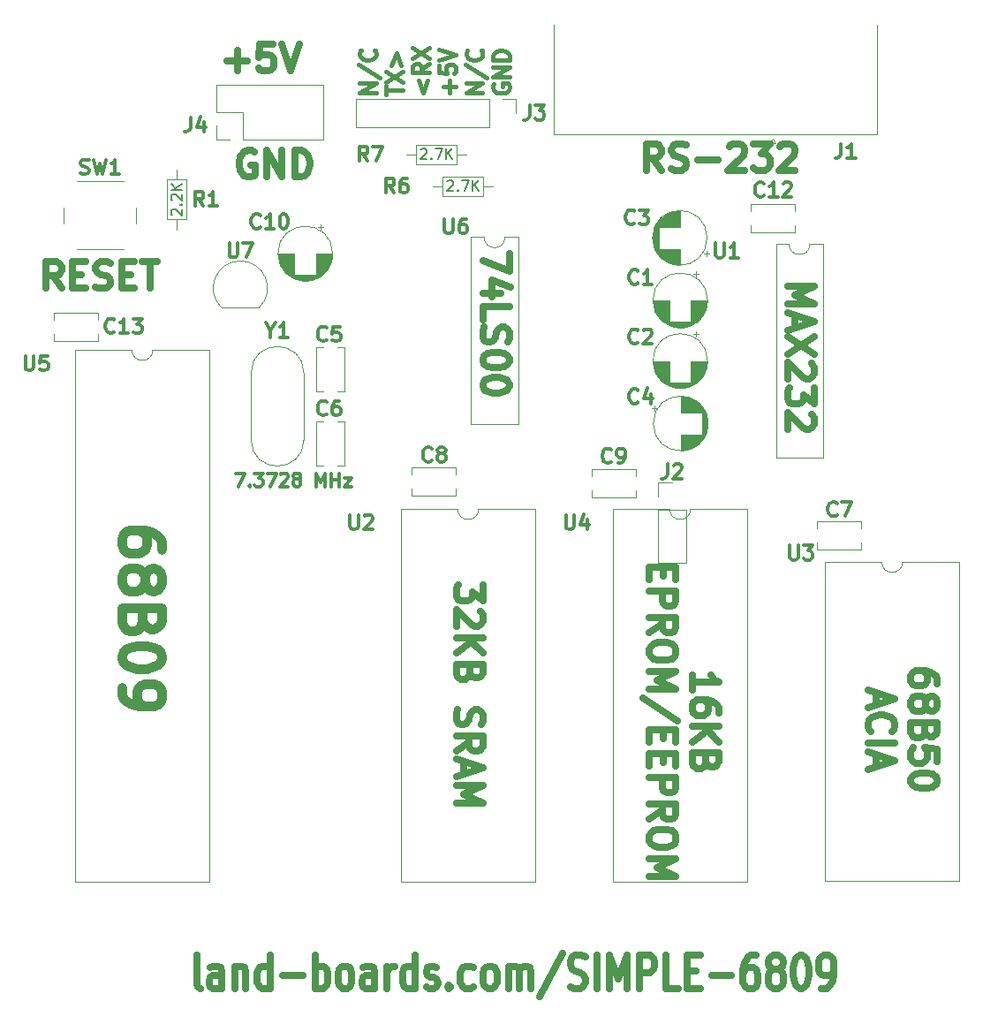
<source format=gto>
G04 #@! TF.GenerationSoftware,KiCad,Pcbnew,(6.0.1)*
G04 #@! TF.CreationDate,2022-09-12T05:57:56-04:00*
G04 #@! TF.ProjectId,SIMPLE-6809,53494d50-4c45-42d3-9638-30392e6b6963,1*
G04 #@! TF.SameCoordinates,Original*
G04 #@! TF.FileFunction,Legend,Top*
G04 #@! TF.FilePolarity,Positive*
%FSLAX46Y46*%
G04 Gerber Fmt 4.6, Leading zero omitted, Abs format (unit mm)*
G04 Created by KiCad (PCBNEW (6.0.1)) date 2022-09-12 05:57:56*
%MOMM*%
%LPD*%
G01*
G04 APERTURE LIST*
%ADD10C,0.635000*%
%ADD11C,0.317500*%
%ADD12C,0.952500*%
%ADD13C,0.381000*%
%ADD14C,0.349250*%
%ADD15C,0.150000*%
%ADD16C,0.120000*%
G04 APERTURE END LIST*
D10*
X106407857Y-139866309D02*
X106165952Y-139715119D01*
X106045000Y-139412738D01*
X106045000Y-136691309D01*
X108464047Y-139866309D02*
X108464047Y-138203214D01*
X108343095Y-137900833D01*
X108101190Y-137749642D01*
X107617380Y-137749642D01*
X107375476Y-137900833D01*
X108464047Y-139715119D02*
X108222142Y-139866309D01*
X107617380Y-139866309D01*
X107375476Y-139715119D01*
X107254523Y-139412738D01*
X107254523Y-139110357D01*
X107375476Y-138807976D01*
X107617380Y-138656785D01*
X108222142Y-138656785D01*
X108464047Y-138505595D01*
X109673571Y-137749642D02*
X109673571Y-139866309D01*
X109673571Y-138052023D02*
X109794523Y-137900833D01*
X110036428Y-137749642D01*
X110399285Y-137749642D01*
X110641190Y-137900833D01*
X110762142Y-138203214D01*
X110762142Y-139866309D01*
X113060238Y-139866309D02*
X113060238Y-136691309D01*
X113060238Y-139715119D02*
X112818333Y-139866309D01*
X112334523Y-139866309D01*
X112092619Y-139715119D01*
X111971666Y-139563928D01*
X111850714Y-139261547D01*
X111850714Y-138354404D01*
X111971666Y-138052023D01*
X112092619Y-137900833D01*
X112334523Y-137749642D01*
X112818333Y-137749642D01*
X113060238Y-137900833D01*
X114269761Y-138656785D02*
X116205000Y-138656785D01*
X117414523Y-139866309D02*
X117414523Y-136691309D01*
X117414523Y-137900833D02*
X117656428Y-137749642D01*
X118140238Y-137749642D01*
X118382142Y-137900833D01*
X118503095Y-138052023D01*
X118624047Y-138354404D01*
X118624047Y-139261547D01*
X118503095Y-139563928D01*
X118382142Y-139715119D01*
X118140238Y-139866309D01*
X117656428Y-139866309D01*
X117414523Y-139715119D01*
X120075476Y-139866309D02*
X119833571Y-139715119D01*
X119712619Y-139563928D01*
X119591666Y-139261547D01*
X119591666Y-138354404D01*
X119712619Y-138052023D01*
X119833571Y-137900833D01*
X120075476Y-137749642D01*
X120438333Y-137749642D01*
X120680238Y-137900833D01*
X120801190Y-138052023D01*
X120922142Y-138354404D01*
X120922142Y-139261547D01*
X120801190Y-139563928D01*
X120680238Y-139715119D01*
X120438333Y-139866309D01*
X120075476Y-139866309D01*
X123099285Y-139866309D02*
X123099285Y-138203214D01*
X122978333Y-137900833D01*
X122736428Y-137749642D01*
X122252619Y-137749642D01*
X122010714Y-137900833D01*
X123099285Y-139715119D02*
X122857380Y-139866309D01*
X122252619Y-139866309D01*
X122010714Y-139715119D01*
X121889761Y-139412738D01*
X121889761Y-139110357D01*
X122010714Y-138807976D01*
X122252619Y-138656785D01*
X122857380Y-138656785D01*
X123099285Y-138505595D01*
X124308809Y-139866309D02*
X124308809Y-137749642D01*
X124308809Y-138354404D02*
X124429761Y-138052023D01*
X124550714Y-137900833D01*
X124792619Y-137749642D01*
X125034523Y-137749642D01*
X126969761Y-139866309D02*
X126969761Y-136691309D01*
X126969761Y-139715119D02*
X126727857Y-139866309D01*
X126244047Y-139866309D01*
X126002142Y-139715119D01*
X125881190Y-139563928D01*
X125760238Y-139261547D01*
X125760238Y-138354404D01*
X125881190Y-138052023D01*
X126002142Y-137900833D01*
X126244047Y-137749642D01*
X126727857Y-137749642D01*
X126969761Y-137900833D01*
X128058333Y-139715119D02*
X128300238Y-139866309D01*
X128784047Y-139866309D01*
X129025952Y-139715119D01*
X129146904Y-139412738D01*
X129146904Y-139261547D01*
X129025952Y-138959166D01*
X128784047Y-138807976D01*
X128421190Y-138807976D01*
X128179285Y-138656785D01*
X128058333Y-138354404D01*
X128058333Y-138203214D01*
X128179285Y-137900833D01*
X128421190Y-137749642D01*
X128784047Y-137749642D01*
X129025952Y-137900833D01*
X130235476Y-139563928D02*
X130356428Y-139715119D01*
X130235476Y-139866309D01*
X130114523Y-139715119D01*
X130235476Y-139563928D01*
X130235476Y-139866309D01*
X132533571Y-139715119D02*
X132291666Y-139866309D01*
X131807857Y-139866309D01*
X131565952Y-139715119D01*
X131445000Y-139563928D01*
X131324047Y-139261547D01*
X131324047Y-138354404D01*
X131445000Y-138052023D01*
X131565952Y-137900833D01*
X131807857Y-137749642D01*
X132291666Y-137749642D01*
X132533571Y-137900833D01*
X133985000Y-139866309D02*
X133743095Y-139715119D01*
X133622142Y-139563928D01*
X133501190Y-139261547D01*
X133501190Y-138354404D01*
X133622142Y-138052023D01*
X133743095Y-137900833D01*
X133985000Y-137749642D01*
X134347857Y-137749642D01*
X134589761Y-137900833D01*
X134710714Y-138052023D01*
X134831666Y-138354404D01*
X134831666Y-139261547D01*
X134710714Y-139563928D01*
X134589761Y-139715119D01*
X134347857Y-139866309D01*
X133985000Y-139866309D01*
X135920238Y-139866309D02*
X135920238Y-137749642D01*
X135920238Y-138052023D02*
X136041190Y-137900833D01*
X136283095Y-137749642D01*
X136645952Y-137749642D01*
X136887857Y-137900833D01*
X137008809Y-138203214D01*
X137008809Y-139866309D01*
X137008809Y-138203214D02*
X137129761Y-137900833D01*
X137371666Y-137749642D01*
X137734523Y-137749642D01*
X137976428Y-137900833D01*
X138097380Y-138203214D01*
X138097380Y-139866309D01*
X141121190Y-136540119D02*
X138944047Y-140622261D01*
X141846904Y-139715119D02*
X142209761Y-139866309D01*
X142814523Y-139866309D01*
X143056428Y-139715119D01*
X143177380Y-139563928D01*
X143298333Y-139261547D01*
X143298333Y-138959166D01*
X143177380Y-138656785D01*
X143056428Y-138505595D01*
X142814523Y-138354404D01*
X142330714Y-138203214D01*
X142088809Y-138052023D01*
X141967857Y-137900833D01*
X141846904Y-137598452D01*
X141846904Y-137296071D01*
X141967857Y-136993690D01*
X142088809Y-136842500D01*
X142330714Y-136691309D01*
X142935476Y-136691309D01*
X143298333Y-136842500D01*
X144386904Y-139866309D02*
X144386904Y-136691309D01*
X145596428Y-139866309D02*
X145596428Y-136691309D01*
X146443095Y-138959166D01*
X147289761Y-136691309D01*
X147289761Y-139866309D01*
X148499285Y-139866309D02*
X148499285Y-136691309D01*
X149466904Y-136691309D01*
X149708809Y-136842500D01*
X149829761Y-136993690D01*
X149950714Y-137296071D01*
X149950714Y-137749642D01*
X149829761Y-138052023D01*
X149708809Y-138203214D01*
X149466904Y-138354404D01*
X148499285Y-138354404D01*
X152248809Y-139866309D02*
X151039285Y-139866309D01*
X151039285Y-136691309D01*
X153095476Y-138203214D02*
X153942142Y-138203214D01*
X154305000Y-139866309D02*
X153095476Y-139866309D01*
X153095476Y-136691309D01*
X154305000Y-136691309D01*
X155393571Y-138656785D02*
X157328809Y-138656785D01*
X159626904Y-136691309D02*
X159143095Y-136691309D01*
X158901190Y-136842500D01*
X158780238Y-136993690D01*
X158538333Y-137447261D01*
X158417380Y-138052023D01*
X158417380Y-139261547D01*
X158538333Y-139563928D01*
X158659285Y-139715119D01*
X158901190Y-139866309D01*
X159385000Y-139866309D01*
X159626904Y-139715119D01*
X159747857Y-139563928D01*
X159868809Y-139261547D01*
X159868809Y-138505595D01*
X159747857Y-138203214D01*
X159626904Y-138052023D01*
X159385000Y-137900833D01*
X158901190Y-137900833D01*
X158659285Y-138052023D01*
X158538333Y-138203214D01*
X158417380Y-138505595D01*
X161320238Y-138052023D02*
X161078333Y-137900833D01*
X160957380Y-137749642D01*
X160836428Y-137447261D01*
X160836428Y-137296071D01*
X160957380Y-136993690D01*
X161078333Y-136842500D01*
X161320238Y-136691309D01*
X161804047Y-136691309D01*
X162045952Y-136842500D01*
X162166904Y-136993690D01*
X162287857Y-137296071D01*
X162287857Y-137447261D01*
X162166904Y-137749642D01*
X162045952Y-137900833D01*
X161804047Y-138052023D01*
X161320238Y-138052023D01*
X161078333Y-138203214D01*
X160957380Y-138354404D01*
X160836428Y-138656785D01*
X160836428Y-139261547D01*
X160957380Y-139563928D01*
X161078333Y-139715119D01*
X161320238Y-139866309D01*
X161804047Y-139866309D01*
X162045952Y-139715119D01*
X162166904Y-139563928D01*
X162287857Y-139261547D01*
X162287857Y-138656785D01*
X162166904Y-138354404D01*
X162045952Y-138203214D01*
X161804047Y-138052023D01*
X163860238Y-136691309D02*
X164102142Y-136691309D01*
X164344047Y-136842500D01*
X164465000Y-136993690D01*
X164585952Y-137296071D01*
X164706904Y-137900833D01*
X164706904Y-138656785D01*
X164585952Y-139261547D01*
X164465000Y-139563928D01*
X164344047Y-139715119D01*
X164102142Y-139866309D01*
X163860238Y-139866309D01*
X163618333Y-139715119D01*
X163497380Y-139563928D01*
X163376428Y-139261547D01*
X163255476Y-138656785D01*
X163255476Y-137900833D01*
X163376428Y-137296071D01*
X163497380Y-136993690D01*
X163618333Y-136842500D01*
X163860238Y-136691309D01*
X165916428Y-139866309D02*
X166400238Y-139866309D01*
X166642142Y-139715119D01*
X166763095Y-139563928D01*
X167005000Y-139110357D01*
X167125952Y-138505595D01*
X167125952Y-137296071D01*
X167005000Y-136993690D01*
X166884047Y-136842500D01*
X166642142Y-136691309D01*
X166158333Y-136691309D01*
X165916428Y-136842500D01*
X165795476Y-136993690D01*
X165674523Y-137296071D01*
X165674523Y-138052023D01*
X165795476Y-138354404D01*
X165916428Y-138505595D01*
X166158333Y-138656785D01*
X166642142Y-138656785D01*
X166884047Y-138505595D01*
X167005000Y-138354404D01*
X167125952Y-138052023D01*
X133470952Y-101176666D02*
X133470952Y-102749047D01*
X132503333Y-101902380D01*
X132503333Y-102265238D01*
X132382380Y-102507142D01*
X132261428Y-102628095D01*
X132019523Y-102749047D01*
X131414761Y-102749047D01*
X131172857Y-102628095D01*
X131051904Y-102507142D01*
X130930952Y-102265238D01*
X130930952Y-101539523D01*
X131051904Y-101297619D01*
X131172857Y-101176666D01*
X133229047Y-103716666D02*
X133350000Y-103837619D01*
X133470952Y-104079523D01*
X133470952Y-104684285D01*
X133350000Y-104926190D01*
X133229047Y-105047142D01*
X132987142Y-105168095D01*
X132745238Y-105168095D01*
X132382380Y-105047142D01*
X130930952Y-103595714D01*
X130930952Y-105168095D01*
X130930952Y-106256666D02*
X133470952Y-106256666D01*
X130930952Y-107708095D02*
X132382380Y-106619523D01*
X133470952Y-107708095D02*
X132019523Y-106256666D01*
X132261428Y-109643333D02*
X132140476Y-110006190D01*
X132019523Y-110127142D01*
X131777619Y-110248095D01*
X131414761Y-110248095D01*
X131172857Y-110127142D01*
X131051904Y-110006190D01*
X130930952Y-109764285D01*
X130930952Y-108796666D01*
X133470952Y-108796666D01*
X133470952Y-109643333D01*
X133350000Y-109885238D01*
X133229047Y-110006190D01*
X132987142Y-110127142D01*
X132745238Y-110127142D01*
X132503333Y-110006190D01*
X132382380Y-109885238D01*
X132261428Y-109643333D01*
X132261428Y-108796666D01*
X131051904Y-113150952D02*
X130930952Y-113513809D01*
X130930952Y-114118571D01*
X131051904Y-114360476D01*
X131172857Y-114481428D01*
X131414761Y-114602380D01*
X131656666Y-114602380D01*
X131898571Y-114481428D01*
X132019523Y-114360476D01*
X132140476Y-114118571D01*
X132261428Y-113634761D01*
X132382380Y-113392857D01*
X132503333Y-113271904D01*
X132745238Y-113150952D01*
X132987142Y-113150952D01*
X133229047Y-113271904D01*
X133350000Y-113392857D01*
X133470952Y-113634761D01*
X133470952Y-114239523D01*
X133350000Y-114602380D01*
X130930952Y-117142380D02*
X132140476Y-116295714D01*
X130930952Y-115690952D02*
X133470952Y-115690952D01*
X133470952Y-116658571D01*
X133350000Y-116900476D01*
X133229047Y-117021428D01*
X132987142Y-117142380D01*
X132624285Y-117142380D01*
X132382380Y-117021428D01*
X132261428Y-116900476D01*
X132140476Y-116658571D01*
X132140476Y-115690952D01*
X131656666Y-118110000D02*
X131656666Y-119319523D01*
X130930952Y-117868095D02*
X133470952Y-118714761D01*
X130930952Y-119561428D01*
X130930952Y-120408095D02*
X133470952Y-120408095D01*
X131656666Y-121254761D01*
X133470952Y-122101428D01*
X130930952Y-122101428D01*
D11*
X109782428Y-90490523D02*
X110629095Y-90490523D01*
X110084809Y-91760523D01*
X111112904Y-91639571D02*
X111173380Y-91700047D01*
X111112904Y-91760523D01*
X111052428Y-91700047D01*
X111112904Y-91639571D01*
X111112904Y-91760523D01*
X111596714Y-90490523D02*
X112382904Y-90490523D01*
X111959571Y-90974333D01*
X112141000Y-90974333D01*
X112261952Y-91034809D01*
X112322428Y-91095285D01*
X112382904Y-91216238D01*
X112382904Y-91518619D01*
X112322428Y-91639571D01*
X112261952Y-91700047D01*
X112141000Y-91760523D01*
X111778142Y-91760523D01*
X111657190Y-91700047D01*
X111596714Y-91639571D01*
X112806238Y-90490523D02*
X113652904Y-90490523D01*
X113108619Y-91760523D01*
X114076238Y-90611476D02*
X114136714Y-90551000D01*
X114257666Y-90490523D01*
X114560047Y-90490523D01*
X114681000Y-90551000D01*
X114741476Y-90611476D01*
X114801952Y-90732428D01*
X114801952Y-90853380D01*
X114741476Y-91034809D01*
X114015761Y-91760523D01*
X114801952Y-91760523D01*
X115527666Y-91034809D02*
X115406714Y-90974333D01*
X115346238Y-90913857D01*
X115285761Y-90792904D01*
X115285761Y-90732428D01*
X115346238Y-90611476D01*
X115406714Y-90551000D01*
X115527666Y-90490523D01*
X115769571Y-90490523D01*
X115890523Y-90551000D01*
X115951000Y-90611476D01*
X116011476Y-90732428D01*
X116011476Y-90792904D01*
X115951000Y-90913857D01*
X115890523Y-90974333D01*
X115769571Y-91034809D01*
X115527666Y-91034809D01*
X115406714Y-91095285D01*
X115346238Y-91155761D01*
X115285761Y-91276714D01*
X115285761Y-91518619D01*
X115346238Y-91639571D01*
X115406714Y-91700047D01*
X115527666Y-91760523D01*
X115769571Y-91760523D01*
X115890523Y-91700047D01*
X115951000Y-91639571D01*
X116011476Y-91518619D01*
X116011476Y-91276714D01*
X115951000Y-91155761D01*
X115890523Y-91095285D01*
X115769571Y-91034809D01*
X117523380Y-91760523D02*
X117523380Y-90490523D01*
X117946714Y-91397666D01*
X118370047Y-90490523D01*
X118370047Y-91760523D01*
X118974809Y-91760523D02*
X118974809Y-90490523D01*
X118974809Y-91095285D02*
X119700523Y-91095285D01*
X119700523Y-91760523D02*
X119700523Y-90490523D01*
X120184333Y-90913857D02*
X120849571Y-90913857D01*
X120184333Y-91760523D01*
X120849571Y-91760523D01*
D10*
X150585714Y-61474047D02*
X149739047Y-60264523D01*
X149134285Y-61474047D02*
X149134285Y-58934047D01*
X150101904Y-58934047D01*
X150343809Y-59055000D01*
X150464761Y-59175952D01*
X150585714Y-59417857D01*
X150585714Y-59780714D01*
X150464761Y-60022619D01*
X150343809Y-60143571D01*
X150101904Y-60264523D01*
X149134285Y-60264523D01*
X151553333Y-61353095D02*
X151916190Y-61474047D01*
X152520952Y-61474047D01*
X152762857Y-61353095D01*
X152883809Y-61232142D01*
X153004761Y-60990238D01*
X153004761Y-60748333D01*
X152883809Y-60506428D01*
X152762857Y-60385476D01*
X152520952Y-60264523D01*
X152037142Y-60143571D01*
X151795238Y-60022619D01*
X151674285Y-59901666D01*
X151553333Y-59659761D01*
X151553333Y-59417857D01*
X151674285Y-59175952D01*
X151795238Y-59055000D01*
X152037142Y-58934047D01*
X152641904Y-58934047D01*
X153004761Y-59055000D01*
X154093333Y-60506428D02*
X156028571Y-60506428D01*
X157117142Y-59175952D02*
X157238095Y-59055000D01*
X157480000Y-58934047D01*
X158084761Y-58934047D01*
X158326666Y-59055000D01*
X158447619Y-59175952D01*
X158568571Y-59417857D01*
X158568571Y-59659761D01*
X158447619Y-60022619D01*
X156996190Y-61474047D01*
X158568571Y-61474047D01*
X159415238Y-58934047D02*
X160987619Y-58934047D01*
X160140952Y-59901666D01*
X160503809Y-59901666D01*
X160745714Y-60022619D01*
X160866666Y-60143571D01*
X160987619Y-60385476D01*
X160987619Y-60990238D01*
X160866666Y-61232142D01*
X160745714Y-61353095D01*
X160503809Y-61474047D01*
X159778095Y-61474047D01*
X159536190Y-61353095D01*
X159415238Y-61232142D01*
X161955238Y-59175952D02*
X162076190Y-59055000D01*
X162318095Y-58934047D01*
X162922857Y-58934047D01*
X163164761Y-59055000D01*
X163285714Y-59175952D01*
X163406666Y-59417857D01*
X163406666Y-59659761D01*
X163285714Y-60022619D01*
X161834285Y-61474047D01*
X163406666Y-61474047D01*
X111567988Y-59690000D02*
X111326083Y-59569047D01*
X110963226Y-59569047D01*
X110600369Y-59690000D01*
X110358464Y-59931904D01*
X110237511Y-60173809D01*
X110116559Y-60657619D01*
X110116559Y-61020476D01*
X110237511Y-61504285D01*
X110358464Y-61746190D01*
X110600369Y-61988095D01*
X110963226Y-62109047D01*
X111205130Y-62109047D01*
X111567988Y-61988095D01*
X111688940Y-61867142D01*
X111688940Y-61020476D01*
X111205130Y-61020476D01*
X112777511Y-62109047D02*
X112777511Y-59569047D01*
X114228940Y-62109047D01*
X114228940Y-59569047D01*
X115438464Y-62109047D02*
X115438464Y-59569047D01*
X116043226Y-59569047D01*
X116406083Y-59690000D01*
X116647988Y-59931904D01*
X116768940Y-60173809D01*
X116889892Y-60657619D01*
X116889892Y-61020476D01*
X116768940Y-61504285D01*
X116647988Y-61746190D01*
X116406083Y-61988095D01*
X116043226Y-62109047D01*
X115438464Y-62109047D01*
X153549652Y-111276190D02*
X153549652Y-109824761D01*
X153549652Y-110550476D02*
X156089652Y-110550476D01*
X155726795Y-110308571D01*
X155484890Y-110066666D01*
X155363938Y-109824761D01*
X156089652Y-113453333D02*
X156089652Y-112969523D01*
X155968700Y-112727619D01*
X155847747Y-112606666D01*
X155484890Y-112364761D01*
X155001080Y-112243809D01*
X154033461Y-112243809D01*
X153791557Y-112364761D01*
X153670604Y-112485714D01*
X153549652Y-112727619D01*
X153549652Y-113211428D01*
X153670604Y-113453333D01*
X153791557Y-113574285D01*
X154033461Y-113695238D01*
X154638223Y-113695238D01*
X154880128Y-113574285D01*
X155001080Y-113453333D01*
X155122033Y-113211428D01*
X155122033Y-112727619D01*
X155001080Y-112485714D01*
X154880128Y-112364761D01*
X154638223Y-112243809D01*
X153549652Y-114783809D02*
X156089652Y-114783809D01*
X153549652Y-116235238D02*
X155001080Y-115146666D01*
X156089652Y-116235238D02*
X154638223Y-114783809D01*
X154880128Y-118170476D02*
X154759176Y-118533333D01*
X154638223Y-118654285D01*
X154396319Y-118775238D01*
X154033461Y-118775238D01*
X153791557Y-118654285D01*
X153670604Y-118533333D01*
X153549652Y-118291428D01*
X153549652Y-117323809D01*
X156089652Y-117323809D01*
X156089652Y-118170476D01*
X155968700Y-118412380D01*
X155847747Y-118533333D01*
X155605842Y-118654285D01*
X155363938Y-118654285D01*
X155122033Y-118533333D01*
X155001080Y-118412380D01*
X154880128Y-118170476D01*
X154880128Y-117323809D01*
X150790728Y-99483333D02*
X150790728Y-100330000D01*
X149460252Y-100692857D02*
X149460252Y-99483333D01*
X152000252Y-99483333D01*
X152000252Y-100692857D01*
X149460252Y-101781428D02*
X152000252Y-101781428D01*
X152000252Y-102749047D01*
X151879300Y-102990952D01*
X151758347Y-103111904D01*
X151516442Y-103232857D01*
X151153585Y-103232857D01*
X150911680Y-103111904D01*
X150790728Y-102990952D01*
X150669776Y-102749047D01*
X150669776Y-101781428D01*
X149460252Y-105772857D02*
X150669776Y-104926190D01*
X149460252Y-104321428D02*
X152000252Y-104321428D01*
X152000252Y-105289047D01*
X151879300Y-105530952D01*
X151758347Y-105651904D01*
X151516442Y-105772857D01*
X151153585Y-105772857D01*
X150911680Y-105651904D01*
X150790728Y-105530952D01*
X150669776Y-105289047D01*
X150669776Y-104321428D01*
X152000252Y-107345238D02*
X152000252Y-107829047D01*
X151879300Y-108070952D01*
X151637395Y-108312857D01*
X151153585Y-108433809D01*
X150306919Y-108433809D01*
X149823109Y-108312857D01*
X149581204Y-108070952D01*
X149460252Y-107829047D01*
X149460252Y-107345238D01*
X149581204Y-107103333D01*
X149823109Y-106861428D01*
X150306919Y-106740476D01*
X151153585Y-106740476D01*
X151637395Y-106861428D01*
X151879300Y-107103333D01*
X152000252Y-107345238D01*
X149460252Y-109522380D02*
X152000252Y-109522380D01*
X150185966Y-110369047D01*
X152000252Y-111215714D01*
X149460252Y-111215714D01*
X152121204Y-114239523D02*
X148855490Y-112062380D01*
X150790728Y-115086190D02*
X150790728Y-115932857D01*
X149460252Y-116295714D02*
X149460252Y-115086190D01*
X152000252Y-115086190D01*
X152000252Y-116295714D01*
X150790728Y-117384285D02*
X150790728Y-118230952D01*
X149460252Y-118593809D02*
X149460252Y-117384285D01*
X152000252Y-117384285D01*
X152000252Y-118593809D01*
X149460252Y-119682380D02*
X152000252Y-119682380D01*
X152000252Y-120650000D01*
X151879300Y-120891904D01*
X151758347Y-121012857D01*
X151516442Y-121133809D01*
X151153585Y-121133809D01*
X150911680Y-121012857D01*
X150790728Y-120891904D01*
X150669776Y-120650000D01*
X150669776Y-119682380D01*
X149460252Y-123673809D02*
X150669776Y-122827142D01*
X149460252Y-122222380D02*
X152000252Y-122222380D01*
X152000252Y-123190000D01*
X151879300Y-123431904D01*
X151758347Y-123552857D01*
X151516442Y-123673809D01*
X151153585Y-123673809D01*
X150911680Y-123552857D01*
X150790728Y-123431904D01*
X150669776Y-123190000D01*
X150669776Y-122222380D01*
X152000252Y-125246190D02*
X152000252Y-125730000D01*
X151879300Y-125971904D01*
X151637395Y-126213809D01*
X151153585Y-126334761D01*
X150306919Y-126334761D01*
X149823109Y-126213809D01*
X149581204Y-125971904D01*
X149460252Y-125730000D01*
X149460252Y-125246190D01*
X149581204Y-125004285D01*
X149823109Y-124762380D01*
X150306919Y-124641428D01*
X151153585Y-124641428D01*
X151637395Y-124762380D01*
X151879300Y-125004285D01*
X152000252Y-125246190D01*
X149460252Y-127423333D02*
X152000252Y-127423333D01*
X150185966Y-128270000D01*
X152000252Y-129116666D01*
X149460252Y-129116666D01*
X162680952Y-72601666D02*
X165220952Y-72601666D01*
X163406666Y-73448333D01*
X165220952Y-74295000D01*
X162680952Y-74295000D01*
X163406666Y-75383571D02*
X163406666Y-76593095D01*
X162680952Y-75141666D02*
X165220952Y-75988333D01*
X162680952Y-76835000D01*
X165220952Y-77439761D02*
X162680952Y-79133095D01*
X165220952Y-79133095D02*
X162680952Y-77439761D01*
X164979047Y-79979761D02*
X165100000Y-80100714D01*
X165220952Y-80342619D01*
X165220952Y-80947380D01*
X165100000Y-81189285D01*
X164979047Y-81310238D01*
X164737142Y-81431190D01*
X164495238Y-81431190D01*
X164132380Y-81310238D01*
X162680952Y-79858809D01*
X162680952Y-81431190D01*
X165220952Y-82277857D02*
X165220952Y-83850238D01*
X164253333Y-83003571D01*
X164253333Y-83366428D01*
X164132380Y-83608333D01*
X164011428Y-83729285D01*
X163769523Y-83850238D01*
X163164761Y-83850238D01*
X162922857Y-83729285D01*
X162801904Y-83608333D01*
X162680952Y-83366428D01*
X162680952Y-82640714D01*
X162801904Y-82398809D01*
X162922857Y-82277857D01*
X164979047Y-84817857D02*
X165100000Y-84938809D01*
X165220952Y-85180714D01*
X165220952Y-85785476D01*
X165100000Y-86027380D01*
X164979047Y-86148333D01*
X164737142Y-86269285D01*
X164495238Y-86269285D01*
X164132380Y-86148333D01*
X162680952Y-84696904D01*
X162680952Y-86269285D01*
X108967511Y-50981428D02*
X110902750Y-50981428D01*
X109935130Y-51949047D02*
X109935130Y-50013809D01*
X113321797Y-49409047D02*
X112112273Y-49409047D01*
X111991321Y-50618571D01*
X112112273Y-50497619D01*
X112354178Y-50376666D01*
X112958940Y-50376666D01*
X113200845Y-50497619D01*
X113321797Y-50618571D01*
X113442750Y-50860476D01*
X113442750Y-51465238D01*
X113321797Y-51707142D01*
X113200845Y-51828095D01*
X112958940Y-51949047D01*
X112354178Y-51949047D01*
X112112273Y-51828095D01*
X111991321Y-51707142D01*
X114168464Y-49409047D02*
X115015130Y-51949047D01*
X115861797Y-49409047D01*
X177044652Y-110647238D02*
X177044652Y-110163428D01*
X176923700Y-109921523D01*
X176802747Y-109800571D01*
X176439890Y-109558666D01*
X175956080Y-109437714D01*
X174988461Y-109437714D01*
X174746557Y-109558666D01*
X174625604Y-109679619D01*
X174504652Y-109921523D01*
X174504652Y-110405333D01*
X174625604Y-110647238D01*
X174746557Y-110768190D01*
X174988461Y-110889142D01*
X175593223Y-110889142D01*
X175835128Y-110768190D01*
X175956080Y-110647238D01*
X176077033Y-110405333D01*
X176077033Y-109921523D01*
X175956080Y-109679619D01*
X175835128Y-109558666D01*
X175593223Y-109437714D01*
X175956080Y-112340571D02*
X176077033Y-112098666D01*
X176197985Y-111977714D01*
X176439890Y-111856761D01*
X176560842Y-111856761D01*
X176802747Y-111977714D01*
X176923700Y-112098666D01*
X177044652Y-112340571D01*
X177044652Y-112824380D01*
X176923700Y-113066285D01*
X176802747Y-113187238D01*
X176560842Y-113308190D01*
X176439890Y-113308190D01*
X176197985Y-113187238D01*
X176077033Y-113066285D01*
X175956080Y-112824380D01*
X175956080Y-112340571D01*
X175835128Y-112098666D01*
X175714176Y-111977714D01*
X175472271Y-111856761D01*
X174988461Y-111856761D01*
X174746557Y-111977714D01*
X174625604Y-112098666D01*
X174504652Y-112340571D01*
X174504652Y-112824380D01*
X174625604Y-113066285D01*
X174746557Y-113187238D01*
X174988461Y-113308190D01*
X175472271Y-113308190D01*
X175714176Y-113187238D01*
X175835128Y-113066285D01*
X175956080Y-112824380D01*
X175835128Y-115243428D02*
X175714176Y-115606285D01*
X175593223Y-115727238D01*
X175351319Y-115848190D01*
X174988461Y-115848190D01*
X174746557Y-115727238D01*
X174625604Y-115606285D01*
X174504652Y-115364380D01*
X174504652Y-114396761D01*
X177044652Y-114396761D01*
X177044652Y-115243428D01*
X176923700Y-115485333D01*
X176802747Y-115606285D01*
X176560842Y-115727238D01*
X176318938Y-115727238D01*
X176077033Y-115606285D01*
X175956080Y-115485333D01*
X175835128Y-115243428D01*
X175835128Y-114396761D01*
X177044652Y-118146285D02*
X177044652Y-116936761D01*
X175835128Y-116815809D01*
X175956080Y-116936761D01*
X176077033Y-117178666D01*
X176077033Y-117783428D01*
X175956080Y-118025333D01*
X175835128Y-118146285D01*
X175593223Y-118267238D01*
X174988461Y-118267238D01*
X174746557Y-118146285D01*
X174625604Y-118025333D01*
X174504652Y-117783428D01*
X174504652Y-117178666D01*
X174625604Y-116936761D01*
X174746557Y-116815809D01*
X177044652Y-119839619D02*
X177044652Y-120081523D01*
X176923700Y-120323428D01*
X176802747Y-120444380D01*
X176560842Y-120565333D01*
X176077033Y-120686285D01*
X175472271Y-120686285D01*
X174988461Y-120565333D01*
X174746557Y-120444380D01*
X174625604Y-120323428D01*
X174504652Y-120081523D01*
X174504652Y-119839619D01*
X174625604Y-119597714D01*
X174746557Y-119476761D01*
X174988461Y-119355809D01*
X175472271Y-119234857D01*
X176077033Y-119234857D01*
X176560842Y-119355809D01*
X176802747Y-119476761D01*
X176923700Y-119597714D01*
X177044652Y-119839619D01*
X171140966Y-111493904D02*
X171140966Y-112703428D01*
X170415252Y-111252000D02*
X172955252Y-112098666D01*
X170415252Y-112945333D01*
X170657157Y-115243428D02*
X170536204Y-115122476D01*
X170415252Y-114759619D01*
X170415252Y-114517714D01*
X170536204Y-114154857D01*
X170778109Y-113912952D01*
X171020014Y-113792000D01*
X171503823Y-113671047D01*
X171866680Y-113671047D01*
X172350490Y-113792000D01*
X172592395Y-113912952D01*
X172834300Y-114154857D01*
X172955252Y-114517714D01*
X172955252Y-114759619D01*
X172834300Y-115122476D01*
X172713347Y-115243428D01*
X170415252Y-116332000D02*
X172955252Y-116332000D01*
X171140966Y-117420571D02*
X171140966Y-118630095D01*
X170415252Y-117178666D02*
X172955252Y-118025333D01*
X170415252Y-118872000D01*
D12*
X102670428Y-97771857D02*
X102670428Y-97046142D01*
X102489000Y-96683285D01*
X102307571Y-96501857D01*
X101763285Y-96139000D01*
X101037571Y-95957571D01*
X99586142Y-95957571D01*
X99223285Y-96139000D01*
X99041857Y-96320428D01*
X98860428Y-96683285D01*
X98860428Y-97409000D01*
X99041857Y-97771857D01*
X99223285Y-97953285D01*
X99586142Y-98134714D01*
X100493285Y-98134714D01*
X100856142Y-97953285D01*
X101037571Y-97771857D01*
X101219000Y-97409000D01*
X101219000Y-96683285D01*
X101037571Y-96320428D01*
X100856142Y-96139000D01*
X100493285Y-95957571D01*
X101037571Y-100311857D02*
X101219000Y-99949000D01*
X101400428Y-99767571D01*
X101763285Y-99586142D01*
X101944714Y-99586142D01*
X102307571Y-99767571D01*
X102489000Y-99949000D01*
X102670428Y-100311857D01*
X102670428Y-101037571D01*
X102489000Y-101400428D01*
X102307571Y-101581857D01*
X101944714Y-101763285D01*
X101763285Y-101763285D01*
X101400428Y-101581857D01*
X101219000Y-101400428D01*
X101037571Y-101037571D01*
X101037571Y-100311857D01*
X100856142Y-99949000D01*
X100674714Y-99767571D01*
X100311857Y-99586142D01*
X99586142Y-99586142D01*
X99223285Y-99767571D01*
X99041857Y-99949000D01*
X98860428Y-100311857D01*
X98860428Y-101037571D01*
X99041857Y-101400428D01*
X99223285Y-101581857D01*
X99586142Y-101763285D01*
X100311857Y-101763285D01*
X100674714Y-101581857D01*
X100856142Y-101400428D01*
X101037571Y-101037571D01*
X100856142Y-104666142D02*
X100674714Y-105210428D01*
X100493285Y-105391857D01*
X100130428Y-105573285D01*
X99586142Y-105573285D01*
X99223285Y-105391857D01*
X99041857Y-105210428D01*
X98860428Y-104847571D01*
X98860428Y-103396142D01*
X102670428Y-103396142D01*
X102670428Y-104666142D01*
X102489000Y-105029000D01*
X102307571Y-105210428D01*
X101944714Y-105391857D01*
X101581857Y-105391857D01*
X101219000Y-105210428D01*
X101037571Y-105029000D01*
X100856142Y-104666142D01*
X100856142Y-103396142D01*
X102670428Y-107931857D02*
X102670428Y-108294714D01*
X102489000Y-108657571D01*
X102307571Y-108839000D01*
X101944714Y-109020428D01*
X101219000Y-109201857D01*
X100311857Y-109201857D01*
X99586142Y-109020428D01*
X99223285Y-108839000D01*
X99041857Y-108657571D01*
X98860428Y-108294714D01*
X98860428Y-107931857D01*
X99041857Y-107569000D01*
X99223285Y-107387571D01*
X99586142Y-107206142D01*
X100311857Y-107024714D01*
X101219000Y-107024714D01*
X101944714Y-107206142D01*
X102307571Y-107387571D01*
X102489000Y-107569000D01*
X102670428Y-107931857D01*
X98860428Y-111016142D02*
X98860428Y-111741857D01*
X99041857Y-112104714D01*
X99223285Y-112286142D01*
X99767571Y-112649000D01*
X100493285Y-112830428D01*
X101944714Y-112830428D01*
X102307571Y-112649000D01*
X102489000Y-112467571D01*
X102670428Y-112104714D01*
X102670428Y-111379000D01*
X102489000Y-111016142D01*
X102307571Y-110834714D01*
X101944714Y-110653285D01*
X101037571Y-110653285D01*
X100674714Y-110834714D01*
X100493285Y-111016142D01*
X100311857Y-111379000D01*
X100311857Y-112104714D01*
X100493285Y-112467571D01*
X100674714Y-112649000D01*
X101037571Y-112830428D01*
D13*
X123233467Y-53999492D02*
X121645967Y-53999492D01*
X123233467Y-53128635D01*
X121645967Y-53128635D01*
X121570372Y-51314350D02*
X123611443Y-52620635D01*
X123082277Y-49935492D02*
X123157872Y-50008064D01*
X123233467Y-50225778D01*
X123233467Y-50370921D01*
X123157872Y-50588635D01*
X123006682Y-50733778D01*
X122855491Y-50806350D01*
X122553110Y-50878921D01*
X122326324Y-50878921D01*
X122023943Y-50806350D01*
X121872753Y-50733778D01*
X121721563Y-50588635D01*
X121645967Y-50370921D01*
X121645967Y-50225778D01*
X121721563Y-50008064D01*
X121797158Y-49935492D01*
X124201842Y-54217207D02*
X124201842Y-53346350D01*
X125789342Y-53781778D02*
X124201842Y-53781778D01*
X124201842Y-52983492D02*
X125789342Y-51967492D01*
X124201842Y-51967492D02*
X125789342Y-52983492D01*
X124731009Y-51386921D02*
X125184580Y-50225778D01*
X125638152Y-51386921D01*
X127286884Y-52838350D02*
X127740455Y-53999492D01*
X128194027Y-52838350D01*
X128345217Y-51241778D02*
X127589265Y-51749778D01*
X128345217Y-52112635D02*
X126757717Y-52112635D01*
X126757717Y-51532064D01*
X126833313Y-51386921D01*
X126908908Y-51314350D01*
X127060098Y-51241778D01*
X127286884Y-51241778D01*
X127438074Y-51314350D01*
X127513670Y-51386921D01*
X127589265Y-51532064D01*
X127589265Y-52112635D01*
X126757717Y-50733778D02*
X128345217Y-49717778D01*
X126757717Y-49717778D02*
X128345217Y-50733778D01*
X130296330Y-53999492D02*
X130296330Y-52838350D01*
X130901092Y-53418921D02*
X129691568Y-53418921D01*
X129313592Y-51386921D02*
X129313592Y-52112635D01*
X130069545Y-52185207D01*
X129993949Y-52112635D01*
X129918354Y-51967492D01*
X129918354Y-51604635D01*
X129993949Y-51459492D01*
X130069545Y-51386921D01*
X130220735Y-51314350D01*
X130598711Y-51314350D01*
X130749902Y-51386921D01*
X130825497Y-51459492D01*
X130901092Y-51604635D01*
X130901092Y-51967492D01*
X130825497Y-52112635D01*
X130749902Y-52185207D01*
X129313592Y-50878921D02*
X130901092Y-50370921D01*
X129313592Y-49862921D01*
X133456967Y-53999492D02*
X131869467Y-53999492D01*
X133456967Y-53128635D01*
X131869467Y-53128635D01*
X131793872Y-51314350D02*
X133834943Y-52620635D01*
X133305777Y-49935492D02*
X133381372Y-50008064D01*
X133456967Y-50225778D01*
X133456967Y-50370921D01*
X133381372Y-50588635D01*
X133230182Y-50733778D01*
X133078991Y-50806350D01*
X132776610Y-50878921D01*
X132549824Y-50878921D01*
X132247443Y-50806350D01*
X132096253Y-50733778D01*
X131945063Y-50588635D01*
X131869467Y-50370921D01*
X131869467Y-50225778D01*
X131945063Y-50008064D01*
X132020658Y-49935492D01*
X134500938Y-53201207D02*
X134425342Y-53346350D01*
X134425342Y-53564064D01*
X134500938Y-53781778D01*
X134652128Y-53926921D01*
X134803318Y-53999492D01*
X135105699Y-54072064D01*
X135332485Y-54072064D01*
X135634866Y-53999492D01*
X135786057Y-53926921D01*
X135937247Y-53781778D01*
X136012842Y-53564064D01*
X136012842Y-53418921D01*
X135937247Y-53201207D01*
X135861652Y-53128635D01*
X135332485Y-53128635D01*
X135332485Y-53418921D01*
X136012842Y-52475492D02*
X134425342Y-52475492D01*
X136012842Y-51604635D01*
X134425342Y-51604635D01*
X136012842Y-50878921D02*
X134425342Y-50878921D01*
X134425342Y-50516064D01*
X134500938Y-50298350D01*
X134652128Y-50153207D01*
X134803318Y-50080635D01*
X135105699Y-50008064D01*
X135332485Y-50008064D01*
X135634866Y-50080635D01*
X135786057Y-50153207D01*
X135937247Y-50298350D01*
X136012842Y-50516064D01*
X136012842Y-50878921D01*
D10*
X136010952Y-69482142D02*
X136010952Y-71175476D01*
X133470952Y-70086904D01*
X135164285Y-73231666D02*
X133470952Y-73231666D01*
X136131904Y-72626904D02*
X134317619Y-72022142D01*
X134317619Y-73594523D01*
X133470952Y-75771666D02*
X133470952Y-74562142D01*
X136010952Y-74562142D01*
X133591904Y-76497380D02*
X133470952Y-76860238D01*
X133470952Y-77465000D01*
X133591904Y-77706904D01*
X133712857Y-77827857D01*
X133954761Y-77948809D01*
X134196666Y-77948809D01*
X134438571Y-77827857D01*
X134559523Y-77706904D01*
X134680476Y-77465000D01*
X134801428Y-76981190D01*
X134922380Y-76739285D01*
X135043333Y-76618333D01*
X135285238Y-76497380D01*
X135527142Y-76497380D01*
X135769047Y-76618333D01*
X135890000Y-76739285D01*
X136010952Y-76981190D01*
X136010952Y-77585952D01*
X135890000Y-77948809D01*
X136010952Y-79521190D02*
X136010952Y-79763095D01*
X135890000Y-80005000D01*
X135769047Y-80125952D01*
X135527142Y-80246904D01*
X135043333Y-80367857D01*
X134438571Y-80367857D01*
X133954761Y-80246904D01*
X133712857Y-80125952D01*
X133591904Y-80005000D01*
X133470952Y-79763095D01*
X133470952Y-79521190D01*
X133591904Y-79279285D01*
X133712857Y-79158333D01*
X133954761Y-79037380D01*
X134438571Y-78916428D01*
X135043333Y-78916428D01*
X135527142Y-79037380D01*
X135769047Y-79158333D01*
X135890000Y-79279285D01*
X136010952Y-79521190D01*
X136010952Y-81940238D02*
X136010952Y-82182142D01*
X135890000Y-82424047D01*
X135769047Y-82545000D01*
X135527142Y-82665952D01*
X135043333Y-82786904D01*
X134438571Y-82786904D01*
X133954761Y-82665952D01*
X133712857Y-82545000D01*
X133591904Y-82424047D01*
X133470952Y-82182142D01*
X133470952Y-81940238D01*
X133591904Y-81698333D01*
X133712857Y-81577380D01*
X133954761Y-81456428D01*
X134438571Y-81335476D01*
X135043333Y-81335476D01*
X135527142Y-81456428D01*
X135769047Y-81577380D01*
X135890000Y-81698333D01*
X136010952Y-81940238D01*
X93084952Y-72777047D02*
X92238285Y-71567523D01*
X91633523Y-72777047D02*
X91633523Y-70237047D01*
X92601142Y-70237047D01*
X92843047Y-70358000D01*
X92964000Y-70478952D01*
X93084952Y-70720857D01*
X93084952Y-71083714D01*
X92964000Y-71325619D01*
X92843047Y-71446571D01*
X92601142Y-71567523D01*
X91633523Y-71567523D01*
X94173523Y-71446571D02*
X95020190Y-71446571D01*
X95383047Y-72777047D02*
X94173523Y-72777047D01*
X94173523Y-70237047D01*
X95383047Y-70237047D01*
X96350666Y-72656095D02*
X96713523Y-72777047D01*
X97318285Y-72777047D01*
X97560190Y-72656095D01*
X97681142Y-72535142D01*
X97802095Y-72293238D01*
X97802095Y-72051333D01*
X97681142Y-71809428D01*
X97560190Y-71688476D01*
X97318285Y-71567523D01*
X96834476Y-71446571D01*
X96592571Y-71325619D01*
X96471619Y-71204666D01*
X96350666Y-70962761D01*
X96350666Y-70720857D01*
X96471619Y-70478952D01*
X96592571Y-70358000D01*
X96834476Y-70237047D01*
X97439238Y-70237047D01*
X97802095Y-70358000D01*
X98890666Y-71446571D02*
X99737333Y-71446571D01*
X100100190Y-72777047D02*
X98890666Y-72777047D01*
X98890666Y-70237047D01*
X100100190Y-70237047D01*
X100825904Y-70237047D02*
X102277333Y-70237047D01*
X101551619Y-72777047D02*
X101551619Y-70237047D01*
D14*
X109171619Y-68424976D02*
X109171619Y-69555880D01*
X109238142Y-69688928D01*
X109304666Y-69755452D01*
X109437714Y-69821976D01*
X109703809Y-69821976D01*
X109836857Y-69755452D01*
X109903380Y-69688928D01*
X109969904Y-69555880D01*
X109969904Y-68424976D01*
X110502095Y-68424976D02*
X111433428Y-68424976D01*
X110834714Y-69821976D01*
X167809333Y-58924976D02*
X167809333Y-59922833D01*
X167742809Y-60122404D01*
X167609761Y-60255452D01*
X167410190Y-60321976D01*
X167277142Y-60321976D01*
X169206333Y-60321976D02*
X168408047Y-60321976D01*
X168807190Y-60321976D02*
X168807190Y-58924976D01*
X168674142Y-59124547D01*
X168541095Y-59257595D01*
X168408047Y-59324119D01*
X155780619Y-68449976D02*
X155780619Y-69580880D01*
X155847142Y-69713928D01*
X155913666Y-69780452D01*
X156046714Y-69846976D01*
X156312809Y-69846976D01*
X156445857Y-69780452D01*
X156512380Y-69713928D01*
X156578904Y-69580880D01*
X156578904Y-68449976D01*
X157975904Y-69846976D02*
X157177619Y-69846976D01*
X157576761Y-69846976D02*
X157576761Y-68449976D01*
X157443714Y-68649547D01*
X157310666Y-68782595D01*
X157177619Y-68849119D01*
X128585166Y-89271928D02*
X128518642Y-89338452D01*
X128319071Y-89404976D01*
X128186023Y-89404976D01*
X127986452Y-89338452D01*
X127853404Y-89205404D01*
X127786880Y-89072357D01*
X127720357Y-88806261D01*
X127720357Y-88606690D01*
X127786880Y-88340595D01*
X127853404Y-88207547D01*
X127986452Y-88074500D01*
X128186023Y-88007976D01*
X128319071Y-88007976D01*
X128518642Y-88074500D01*
X128585166Y-88141023D01*
X129383452Y-88606690D02*
X129250404Y-88540166D01*
X129183880Y-88473642D01*
X129117357Y-88340595D01*
X129117357Y-88274071D01*
X129183880Y-88141023D01*
X129250404Y-88074500D01*
X129383452Y-88007976D01*
X129649547Y-88007976D01*
X129782595Y-88074500D01*
X129849119Y-88141023D01*
X129915642Y-88274071D01*
X129915642Y-88340595D01*
X129849119Y-88473642D01*
X129782595Y-88540166D01*
X129649547Y-88606690D01*
X129383452Y-88606690D01*
X129250404Y-88673214D01*
X129183880Y-88739738D01*
X129117357Y-88872785D01*
X129117357Y-89138880D01*
X129183880Y-89271928D01*
X129250404Y-89338452D01*
X129383452Y-89404976D01*
X129649547Y-89404976D01*
X129782595Y-89338452D01*
X129849119Y-89271928D01*
X129915642Y-89138880D01*
X129915642Y-88872785D01*
X129849119Y-88739738D01*
X129782595Y-88673214D01*
X129649547Y-88606690D01*
X106701166Y-64893976D02*
X106235500Y-64228738D01*
X105902880Y-64893976D02*
X105902880Y-63496976D01*
X106435071Y-63496976D01*
X106568119Y-63563500D01*
X106634642Y-63630023D01*
X106701166Y-63763071D01*
X106701166Y-63962642D01*
X106634642Y-64095690D01*
X106568119Y-64162214D01*
X106435071Y-64228738D01*
X105902880Y-64228738D01*
X108031642Y-64893976D02*
X107233357Y-64893976D01*
X107632500Y-64893976D02*
X107632500Y-63496976D01*
X107499452Y-63696547D01*
X107366404Y-63829595D01*
X107233357Y-63896119D01*
D15*
X103687619Y-65762000D02*
X103640000Y-65714380D01*
X103592380Y-65619142D01*
X103592380Y-65381047D01*
X103640000Y-65285809D01*
X103687619Y-65238190D01*
X103782857Y-65190571D01*
X103878095Y-65190571D01*
X104020952Y-65238190D01*
X104592380Y-65809619D01*
X104592380Y-65190571D01*
X104497142Y-64762000D02*
X104544761Y-64714380D01*
X104592380Y-64762000D01*
X104544761Y-64809619D01*
X104497142Y-64762000D01*
X104592380Y-64762000D01*
X103687619Y-64333428D02*
X103640000Y-64285809D01*
X103592380Y-64190571D01*
X103592380Y-63952476D01*
X103640000Y-63857238D01*
X103687619Y-63809619D01*
X103782857Y-63762000D01*
X103878095Y-63762000D01*
X104020952Y-63809619D01*
X104592380Y-64381047D01*
X104592380Y-63762000D01*
X104592380Y-63333428D02*
X103592380Y-63333428D01*
X104592380Y-62762000D02*
X104020952Y-63190571D01*
X103592380Y-62762000D02*
X104163809Y-63333428D01*
D14*
X98141928Y-76952928D02*
X98075404Y-77019452D01*
X97875833Y-77085976D01*
X97742785Y-77085976D01*
X97543214Y-77019452D01*
X97410166Y-76886404D01*
X97343642Y-76753357D01*
X97277119Y-76487261D01*
X97277119Y-76287690D01*
X97343642Y-76021595D01*
X97410166Y-75888547D01*
X97543214Y-75755500D01*
X97742785Y-75688976D01*
X97875833Y-75688976D01*
X98075404Y-75755500D01*
X98141928Y-75822023D01*
X99472404Y-77085976D02*
X98674119Y-77085976D01*
X99073261Y-77085976D02*
X99073261Y-75688976D01*
X98940214Y-75888547D01*
X98807166Y-76021595D01*
X98674119Y-76088119D01*
X99938071Y-75688976D02*
X100802880Y-75688976D01*
X100337214Y-76221166D01*
X100536785Y-76221166D01*
X100669833Y-76287690D01*
X100736357Y-76354214D01*
X100802880Y-76487261D01*
X100802880Y-76819880D01*
X100736357Y-76952928D01*
X100669833Y-77019452D01*
X100536785Y-77085976D01*
X100137642Y-77085976D01*
X100004595Y-77019452D01*
X99938071Y-76952928D01*
X118512166Y-84826928D02*
X118445642Y-84893452D01*
X118246071Y-84959976D01*
X118113023Y-84959976D01*
X117913452Y-84893452D01*
X117780404Y-84760404D01*
X117713880Y-84627357D01*
X117647357Y-84361261D01*
X117647357Y-84161690D01*
X117713880Y-83895595D01*
X117780404Y-83762547D01*
X117913452Y-83629500D01*
X118113023Y-83562976D01*
X118246071Y-83562976D01*
X118445642Y-83629500D01*
X118512166Y-83696023D01*
X119709595Y-83562976D02*
X119443500Y-83562976D01*
X119310452Y-83629500D01*
X119243928Y-83696023D01*
X119110880Y-83895595D01*
X119044357Y-84161690D01*
X119044357Y-84693880D01*
X119110880Y-84826928D01*
X119177404Y-84893452D01*
X119310452Y-84959976D01*
X119576547Y-84959976D01*
X119709595Y-84893452D01*
X119776119Y-84826928D01*
X119842642Y-84693880D01*
X119842642Y-84361261D01*
X119776119Y-84228214D01*
X119709595Y-84161690D01*
X119576547Y-84095166D01*
X119310452Y-84095166D01*
X119177404Y-84161690D01*
X119110880Y-84228214D01*
X119044357Y-84361261D01*
X89613619Y-79244976D02*
X89613619Y-80375880D01*
X89680142Y-80508928D01*
X89746666Y-80575452D01*
X89879714Y-80641976D01*
X90145809Y-80641976D01*
X90278857Y-80575452D01*
X90345380Y-80508928D01*
X90411904Y-80375880D01*
X90411904Y-79244976D01*
X91742380Y-79244976D02*
X91077142Y-79244976D01*
X91010619Y-79910214D01*
X91077142Y-79843690D01*
X91210190Y-79777166D01*
X91542809Y-79777166D01*
X91675857Y-79843690D01*
X91742380Y-79910214D01*
X91808904Y-80043261D01*
X91808904Y-80375880D01*
X91742380Y-80508928D01*
X91675857Y-80575452D01*
X91542809Y-80641976D01*
X91210190Y-80641976D01*
X91077142Y-80575452D01*
X91010619Y-80508928D01*
X105452333Y-56384976D02*
X105452333Y-57382833D01*
X105385809Y-57582404D01*
X105252761Y-57715452D01*
X105053190Y-57781976D01*
X104920142Y-57781976D01*
X106716285Y-56850642D02*
X106716285Y-57781976D01*
X106383666Y-56318452D02*
X106051047Y-57316309D01*
X106915857Y-57316309D01*
X145777166Y-89398928D02*
X145710642Y-89465452D01*
X145511071Y-89531976D01*
X145378023Y-89531976D01*
X145178452Y-89465452D01*
X145045404Y-89332404D01*
X144978880Y-89199357D01*
X144912357Y-88933261D01*
X144912357Y-88733690D01*
X144978880Y-88467595D01*
X145045404Y-88334547D01*
X145178452Y-88201500D01*
X145378023Y-88134976D01*
X145511071Y-88134976D01*
X145710642Y-88201500D01*
X145777166Y-88268023D01*
X146442404Y-89531976D02*
X146708500Y-89531976D01*
X146841547Y-89465452D01*
X146908071Y-89398928D01*
X147041119Y-89199357D01*
X147107642Y-88933261D01*
X147107642Y-88401071D01*
X147041119Y-88268023D01*
X146974595Y-88201500D01*
X146841547Y-88134976D01*
X146575452Y-88134976D01*
X146442404Y-88201500D01*
X146375880Y-88268023D01*
X146309357Y-88401071D01*
X146309357Y-88733690D01*
X146375880Y-88866738D01*
X146442404Y-88933261D01*
X146575452Y-88999785D01*
X146841547Y-88999785D01*
X146974595Y-88933261D01*
X147041119Y-88866738D01*
X147107642Y-88733690D01*
X120728619Y-94484976D02*
X120728619Y-95615880D01*
X120795142Y-95748928D01*
X120861666Y-95815452D01*
X120994714Y-95881976D01*
X121260809Y-95881976D01*
X121393857Y-95815452D01*
X121460380Y-95748928D01*
X121526904Y-95615880D01*
X121526904Y-94484976D01*
X122125619Y-94618023D02*
X122192142Y-94551500D01*
X122325190Y-94484976D01*
X122657809Y-94484976D01*
X122790857Y-94551500D01*
X122857380Y-94618023D01*
X122923904Y-94751071D01*
X122923904Y-94884119D01*
X122857380Y-95083690D01*
X122059095Y-95881976D01*
X122923904Y-95881976D01*
X148357166Y-72253928D02*
X148290642Y-72320452D01*
X148091071Y-72386976D01*
X147958023Y-72386976D01*
X147758452Y-72320452D01*
X147625404Y-72187404D01*
X147558880Y-72054357D01*
X147492357Y-71788261D01*
X147492357Y-71588690D01*
X147558880Y-71322595D01*
X147625404Y-71189547D01*
X147758452Y-71056500D01*
X147958023Y-70989976D01*
X148091071Y-70989976D01*
X148290642Y-71056500D01*
X148357166Y-71123023D01*
X149687642Y-72386976D02*
X148889357Y-72386976D01*
X149288500Y-72386976D02*
X149288500Y-70989976D01*
X149155452Y-71189547D01*
X149022404Y-71322595D01*
X148889357Y-71389119D01*
X118512166Y-77714928D02*
X118445642Y-77781452D01*
X118246071Y-77847976D01*
X118113023Y-77847976D01*
X117913452Y-77781452D01*
X117780404Y-77648404D01*
X117713880Y-77515357D01*
X117647357Y-77249261D01*
X117647357Y-77049690D01*
X117713880Y-76783595D01*
X117780404Y-76650547D01*
X117913452Y-76517500D01*
X118113023Y-76450976D01*
X118246071Y-76450976D01*
X118445642Y-76517500D01*
X118512166Y-76584023D01*
X119776119Y-76450976D02*
X119110880Y-76450976D01*
X119044357Y-77116214D01*
X119110880Y-77049690D01*
X119243928Y-76983166D01*
X119576547Y-76983166D01*
X119709595Y-77049690D01*
X119776119Y-77116214D01*
X119842642Y-77249261D01*
X119842642Y-77581880D01*
X119776119Y-77714928D01*
X119709595Y-77781452D01*
X119576547Y-77847976D01*
X119243928Y-77847976D01*
X119110880Y-77781452D01*
X119044357Y-77714928D01*
X162892619Y-97405976D02*
X162892619Y-98536880D01*
X162959142Y-98669928D01*
X163025666Y-98736452D01*
X163158714Y-98802976D01*
X163424809Y-98802976D01*
X163557857Y-98736452D01*
X163624380Y-98669928D01*
X163690904Y-98536880D01*
X163690904Y-97405976D01*
X164223095Y-97405976D02*
X165087904Y-97405976D01*
X164622238Y-97938166D01*
X164821809Y-97938166D01*
X164954857Y-98004690D01*
X165021380Y-98071214D01*
X165087904Y-98204261D01*
X165087904Y-98536880D01*
X165021380Y-98669928D01*
X164954857Y-98736452D01*
X164821809Y-98802976D01*
X164422666Y-98802976D01*
X164289619Y-98736452D01*
X164223095Y-98669928D01*
X148357166Y-77968928D02*
X148290642Y-78035452D01*
X148091071Y-78101976D01*
X147958023Y-78101976D01*
X147758452Y-78035452D01*
X147625404Y-77902404D01*
X147558880Y-77769357D01*
X147492357Y-77503261D01*
X147492357Y-77303690D01*
X147558880Y-77037595D01*
X147625404Y-76904547D01*
X147758452Y-76771500D01*
X147958023Y-76704976D01*
X148091071Y-76704976D01*
X148290642Y-76771500D01*
X148357166Y-76838023D01*
X148889357Y-76838023D02*
X148955880Y-76771500D01*
X149088928Y-76704976D01*
X149421547Y-76704976D01*
X149554595Y-76771500D01*
X149621119Y-76838023D01*
X149687642Y-76971071D01*
X149687642Y-77104119D01*
X149621119Y-77303690D01*
X148822833Y-78101976D01*
X149687642Y-78101976D01*
X160411928Y-63871928D02*
X160345404Y-63938452D01*
X160145833Y-64004976D01*
X160012785Y-64004976D01*
X159813214Y-63938452D01*
X159680166Y-63805404D01*
X159613642Y-63672357D01*
X159547119Y-63406261D01*
X159547119Y-63206690D01*
X159613642Y-62940595D01*
X159680166Y-62807547D01*
X159813214Y-62674500D01*
X160012785Y-62607976D01*
X160145833Y-62607976D01*
X160345404Y-62674500D01*
X160411928Y-62741023D01*
X161742404Y-64004976D02*
X160944119Y-64004976D01*
X161343261Y-64004976D02*
X161343261Y-62607976D01*
X161210214Y-62807547D01*
X161077166Y-62940595D01*
X160944119Y-63007119D01*
X162274595Y-62741023D02*
X162341119Y-62674500D01*
X162474166Y-62607976D01*
X162806785Y-62607976D01*
X162939833Y-62674500D01*
X163006357Y-62741023D01*
X163072880Y-62874071D01*
X163072880Y-63007119D01*
X163006357Y-63206690D01*
X162208071Y-64004976D01*
X163072880Y-64004976D01*
X137964333Y-55234976D02*
X137964333Y-56232833D01*
X137897809Y-56432404D01*
X137764761Y-56565452D01*
X137565190Y-56631976D01*
X137432142Y-56631976D01*
X138496523Y-55234976D02*
X139361333Y-55234976D01*
X138895666Y-55767166D01*
X139095238Y-55767166D01*
X139228285Y-55833690D01*
X139294809Y-55900214D01*
X139361333Y-56033261D01*
X139361333Y-56365880D01*
X139294809Y-56498928D01*
X139228285Y-56565452D01*
X139095238Y-56631976D01*
X138696095Y-56631976D01*
X138563047Y-56565452D01*
X138496523Y-56498928D01*
X141429619Y-94484976D02*
X141429619Y-95615880D01*
X141496142Y-95748928D01*
X141562666Y-95815452D01*
X141695714Y-95881976D01*
X141961809Y-95881976D01*
X142094857Y-95815452D01*
X142161380Y-95748928D01*
X142227904Y-95615880D01*
X142227904Y-94484976D01*
X143491857Y-94950642D02*
X143491857Y-95881976D01*
X143159238Y-94418452D02*
X142826619Y-95416309D01*
X143691428Y-95416309D01*
X94911333Y-61771452D02*
X95110904Y-61837976D01*
X95443523Y-61837976D01*
X95576571Y-61771452D01*
X95643095Y-61704928D01*
X95709619Y-61571880D01*
X95709619Y-61438833D01*
X95643095Y-61305785D01*
X95576571Y-61239261D01*
X95443523Y-61172738D01*
X95177428Y-61106214D01*
X95044380Y-61039690D01*
X94977857Y-60973166D01*
X94911333Y-60840119D01*
X94911333Y-60707071D01*
X94977857Y-60574023D01*
X95044380Y-60507500D01*
X95177428Y-60440976D01*
X95510047Y-60440976D01*
X95709619Y-60507500D01*
X96175285Y-60440976D02*
X96507904Y-61837976D01*
X96774000Y-60840119D01*
X97040095Y-61837976D01*
X97372714Y-60440976D01*
X98636666Y-61837976D02*
X97838380Y-61837976D01*
X98237523Y-61837976D02*
X98237523Y-60440976D01*
X98104476Y-60640547D01*
X97971428Y-60773595D01*
X97838380Y-60840119D01*
X129810619Y-66114976D02*
X129810619Y-67245880D01*
X129877142Y-67378928D01*
X129943666Y-67445452D01*
X130076714Y-67511976D01*
X130342809Y-67511976D01*
X130475857Y-67445452D01*
X130542380Y-67378928D01*
X130608904Y-67245880D01*
X130608904Y-66114976D01*
X131872857Y-66114976D02*
X131606761Y-66114976D01*
X131473714Y-66181500D01*
X131407190Y-66248023D01*
X131274142Y-66447595D01*
X131207619Y-66713690D01*
X131207619Y-67245880D01*
X131274142Y-67378928D01*
X131340666Y-67445452D01*
X131473714Y-67511976D01*
X131739809Y-67511976D01*
X131872857Y-67445452D01*
X131939380Y-67378928D01*
X132005904Y-67245880D01*
X132005904Y-66913261D01*
X131939380Y-66780214D01*
X131872857Y-66713690D01*
X131739809Y-66647166D01*
X131473714Y-66647166D01*
X131340666Y-66713690D01*
X131274142Y-66780214D01*
X131207619Y-66913261D01*
X122449166Y-60575976D02*
X121983500Y-59910738D01*
X121650880Y-60575976D02*
X121650880Y-59178976D01*
X122183071Y-59178976D01*
X122316119Y-59245500D01*
X122382642Y-59312023D01*
X122449166Y-59445071D01*
X122449166Y-59644642D01*
X122382642Y-59777690D01*
X122316119Y-59844214D01*
X122183071Y-59910738D01*
X121650880Y-59910738D01*
X122914833Y-59178976D02*
X123846166Y-59178976D01*
X123247452Y-60575976D01*
D15*
X127532000Y-59491619D02*
X127579619Y-59444000D01*
X127674857Y-59396380D01*
X127912952Y-59396380D01*
X128008190Y-59444000D01*
X128055809Y-59491619D01*
X128103428Y-59586857D01*
X128103428Y-59682095D01*
X128055809Y-59824952D01*
X127484380Y-60396380D01*
X128103428Y-60396380D01*
X128532000Y-60301142D02*
X128579619Y-60348761D01*
X128532000Y-60396380D01*
X128484380Y-60348761D01*
X128532000Y-60301142D01*
X128532000Y-60396380D01*
X128912952Y-59396380D02*
X129579619Y-59396380D01*
X129151047Y-60396380D01*
X129960571Y-60396380D02*
X129960571Y-59396380D01*
X130532000Y-60396380D02*
X130103428Y-59824952D01*
X130532000Y-59396380D02*
X129960571Y-59967809D01*
D14*
X112131928Y-66919928D02*
X112065404Y-66986452D01*
X111865833Y-67052976D01*
X111732785Y-67052976D01*
X111533214Y-66986452D01*
X111400166Y-66853404D01*
X111333642Y-66720357D01*
X111267119Y-66454261D01*
X111267119Y-66254690D01*
X111333642Y-65988595D01*
X111400166Y-65855547D01*
X111533214Y-65722500D01*
X111732785Y-65655976D01*
X111865833Y-65655976D01*
X112065404Y-65722500D01*
X112131928Y-65789023D01*
X113462404Y-67052976D02*
X112664119Y-67052976D01*
X113063261Y-67052976D02*
X113063261Y-65655976D01*
X112930214Y-65855547D01*
X112797166Y-65988595D01*
X112664119Y-66055119D01*
X114327214Y-65655976D02*
X114460261Y-65655976D01*
X114593309Y-65722500D01*
X114659833Y-65789023D01*
X114726357Y-65922071D01*
X114792880Y-66188166D01*
X114792880Y-66520785D01*
X114726357Y-66786880D01*
X114659833Y-66919928D01*
X114593309Y-66986452D01*
X114460261Y-67052976D01*
X114327214Y-67052976D01*
X114194166Y-66986452D01*
X114127642Y-66919928D01*
X114061119Y-66786880D01*
X113994595Y-66520785D01*
X113994595Y-66188166D01*
X114061119Y-65922071D01*
X114127642Y-65789023D01*
X114194166Y-65722500D01*
X114327214Y-65655976D01*
X148357166Y-83683928D02*
X148290642Y-83750452D01*
X148091071Y-83816976D01*
X147958023Y-83816976D01*
X147758452Y-83750452D01*
X147625404Y-83617404D01*
X147558880Y-83484357D01*
X147492357Y-83218261D01*
X147492357Y-83018690D01*
X147558880Y-82752595D01*
X147625404Y-82619547D01*
X147758452Y-82486500D01*
X147958023Y-82419976D01*
X148091071Y-82419976D01*
X148290642Y-82486500D01*
X148357166Y-82553023D01*
X149554595Y-82885642D02*
X149554595Y-83816976D01*
X149221976Y-82353452D02*
X148889357Y-83351309D01*
X149754166Y-83351309D01*
X151172333Y-89614976D02*
X151172333Y-90612833D01*
X151105809Y-90812404D01*
X150972761Y-90945452D01*
X150773190Y-91011976D01*
X150640142Y-91011976D01*
X151771047Y-89748023D02*
X151837571Y-89681500D01*
X151970619Y-89614976D01*
X152303238Y-89614976D01*
X152436285Y-89681500D01*
X152502809Y-89748023D01*
X152569333Y-89881071D01*
X152569333Y-90014119D01*
X152502809Y-90213690D01*
X151704523Y-91011976D01*
X152569333Y-91011976D01*
X124989166Y-63623976D02*
X124523500Y-62958738D01*
X124190880Y-63623976D02*
X124190880Y-62226976D01*
X124723071Y-62226976D01*
X124856119Y-62293500D01*
X124922642Y-62360023D01*
X124989166Y-62493071D01*
X124989166Y-62692642D01*
X124922642Y-62825690D01*
X124856119Y-62892214D01*
X124723071Y-62958738D01*
X124190880Y-62958738D01*
X126186595Y-62226976D02*
X125920500Y-62226976D01*
X125787452Y-62293500D01*
X125720928Y-62360023D01*
X125587880Y-62559595D01*
X125521357Y-62825690D01*
X125521357Y-63357880D01*
X125587880Y-63490928D01*
X125654404Y-63557452D01*
X125787452Y-63623976D01*
X126053547Y-63623976D01*
X126186595Y-63557452D01*
X126253119Y-63490928D01*
X126319642Y-63357880D01*
X126319642Y-63025261D01*
X126253119Y-62892214D01*
X126186595Y-62825690D01*
X126053547Y-62759166D01*
X125787452Y-62759166D01*
X125654404Y-62825690D01*
X125587880Y-62892214D01*
X125521357Y-63025261D01*
D15*
X130072000Y-62539619D02*
X130119619Y-62492000D01*
X130214857Y-62444380D01*
X130452952Y-62444380D01*
X130548190Y-62492000D01*
X130595809Y-62539619D01*
X130643428Y-62634857D01*
X130643428Y-62730095D01*
X130595809Y-62872952D01*
X130024380Y-63444380D01*
X130643428Y-63444380D01*
X131072000Y-63349142D02*
X131119619Y-63396761D01*
X131072000Y-63444380D01*
X131024380Y-63396761D01*
X131072000Y-63349142D01*
X131072000Y-63444380D01*
X131452952Y-62444380D02*
X132119619Y-62444380D01*
X131691047Y-63444380D01*
X132500571Y-63444380D02*
X132500571Y-62444380D01*
X133072000Y-63444380D02*
X132643428Y-62872952D01*
X133072000Y-62444380D02*
X132500571Y-63015809D01*
D14*
X113126761Y-76801738D02*
X113126761Y-77466976D01*
X112661095Y-76069976D02*
X113126761Y-76801738D01*
X113592428Y-76069976D01*
X114789857Y-77466976D02*
X113991571Y-77466976D01*
X114390714Y-77466976D02*
X114390714Y-76069976D01*
X114257666Y-76269547D01*
X114124619Y-76402595D01*
X113991571Y-76469119D01*
X167422166Y-94498928D02*
X167355642Y-94565452D01*
X167156071Y-94631976D01*
X167023023Y-94631976D01*
X166823452Y-94565452D01*
X166690404Y-94432404D01*
X166623880Y-94299357D01*
X166557357Y-94033261D01*
X166557357Y-93833690D01*
X166623880Y-93567595D01*
X166690404Y-93434547D01*
X166823452Y-93301500D01*
X167023023Y-93234976D01*
X167156071Y-93234976D01*
X167355642Y-93301500D01*
X167422166Y-93368023D01*
X167887833Y-93234976D02*
X168819166Y-93234976D01*
X168220452Y-94631976D01*
X148010279Y-66538928D02*
X147943755Y-66605452D01*
X147744184Y-66671976D01*
X147611136Y-66671976D01*
X147411565Y-66605452D01*
X147278517Y-66472404D01*
X147211993Y-66339357D01*
X147145470Y-66073261D01*
X147145470Y-65873690D01*
X147211993Y-65607595D01*
X147278517Y-65474547D01*
X147411565Y-65341500D01*
X147611136Y-65274976D01*
X147744184Y-65274976D01*
X147943755Y-65341500D01*
X148010279Y-65408023D01*
X148475946Y-65274976D02*
X149340755Y-65274976D01*
X148875089Y-65807166D01*
X149074660Y-65807166D01*
X149207708Y-65873690D01*
X149274232Y-65940214D01*
X149340755Y-66073261D01*
X149340755Y-66405880D01*
X149274232Y-66538928D01*
X149207708Y-66605452D01*
X149074660Y-66671976D01*
X148675517Y-66671976D01*
X148542470Y-66605452D01*
X148475946Y-66538928D01*
D16*
X108436000Y-74600000D02*
X112036000Y-74600000D01*
X112074478Y-74588478D02*
G75*
G03*
X110236000Y-70150000I-1838478J1838478D01*
G01*
X110236000Y-70149999D02*
G75*
G03*
X108397522Y-74588478I0J-2600001D01*
G01*
X161035000Y-58894338D02*
X161285000Y-58461325D01*
X171230000Y-47520000D02*
X171230000Y-58000000D01*
X161535000Y-58894338D02*
X161035000Y-58894338D01*
X161285000Y-58461325D02*
X161535000Y-58894338D01*
X140260000Y-58000000D02*
X140260000Y-47520000D01*
X171230000Y-58000000D02*
X140260000Y-58000000D01*
X161580000Y-88975000D02*
X166080000Y-88975000D01*
X166080000Y-88975000D02*
X166080000Y-68535000D01*
X162830000Y-68535000D02*
X161580000Y-68535000D01*
X161580000Y-68535000D02*
X161580000Y-88975000D01*
X166080000Y-68535000D02*
X164830000Y-68535000D01*
X162830000Y-68535000D02*
G75*
G03*
X164830000Y-68535000I1000000J0D01*
G01*
X126678000Y-92683000D02*
X126678000Y-91978000D01*
X130918000Y-90648000D02*
X130918000Y-89943000D01*
X130918000Y-92683000D02*
X126678000Y-92683000D01*
X126678000Y-90648000D02*
X126678000Y-89943000D01*
X130918000Y-89943000D02*
X126678000Y-89943000D01*
X130918000Y-92683000D02*
X130918000Y-91978000D01*
X104140000Y-67132000D02*
X104140000Y-66182000D01*
X105060000Y-66182000D02*
X105060000Y-62342000D01*
X103220000Y-62342000D02*
X103220000Y-66182000D01*
X104140000Y-61392000D02*
X104140000Y-62342000D01*
X105060000Y-62342000D02*
X103220000Y-62342000D01*
X103220000Y-66182000D02*
X105060000Y-66182000D01*
X92368000Y-75789000D02*
X92368000Y-75084000D01*
X92368000Y-77824000D02*
X92368000Y-77119000D01*
X96608000Y-75789000D02*
X96608000Y-75084000D01*
X96608000Y-75084000D02*
X92368000Y-75084000D01*
X96608000Y-77824000D02*
X92368000Y-77824000D01*
X96608000Y-77824000D02*
X96608000Y-77119000D01*
X118207000Y-89750000D02*
X117502000Y-89750000D01*
X120242000Y-85510000D02*
X120242000Y-89750000D01*
X117502000Y-85510000D02*
X117502000Y-89750000D01*
X118207000Y-85510000D02*
X117502000Y-85510000D01*
X120242000Y-85510000D02*
X119537000Y-85510000D01*
X120242000Y-89750000D02*
X119537000Y-89750000D01*
X94373000Y-78685000D02*
X94373000Y-129605000D01*
X94373000Y-129605000D02*
X107293000Y-129605000D01*
X107293000Y-78685000D02*
X101833000Y-78685000D01*
X107293000Y-129605000D02*
X107293000Y-78685000D01*
X99833000Y-78685000D02*
X94373000Y-78685000D01*
X99833000Y-78685000D02*
G75*
G03*
X101833000Y-78685000I1000000J0D01*
G01*
X107900000Y-58485000D02*
X107900000Y-57155000D01*
X118180000Y-58485000D02*
X118180000Y-53285000D01*
X107900000Y-55885000D02*
X107900000Y-53285000D01*
X107900000Y-53285000D02*
X118180000Y-53285000D01*
X110500000Y-58485000D02*
X118180000Y-58485000D01*
X110500000Y-55885000D02*
X107900000Y-55885000D01*
X109230000Y-58485000D02*
X107900000Y-58485000D01*
X110500000Y-58485000D02*
X110500000Y-55885000D01*
X148150000Y-92810000D02*
X148150000Y-92105000D01*
X148150000Y-90070000D02*
X143910000Y-90070000D01*
X148150000Y-90775000D02*
X148150000Y-90070000D01*
X143910000Y-92810000D02*
X143910000Y-92105000D01*
X143910000Y-90775000D02*
X143910000Y-90070000D01*
X148150000Y-92810000D02*
X143910000Y-92810000D01*
X125615000Y-93930000D02*
X125615000Y-129610000D01*
X138535000Y-93930000D02*
X133075000Y-93930000D01*
X138535000Y-129610000D02*
X138535000Y-93930000D01*
X125615000Y-129610000D02*
X138535000Y-129610000D01*
X131075000Y-93930000D02*
X125615000Y-93930000D01*
X131075000Y-93930000D02*
G75*
G03*
X133075000Y-93930000I1000000J0D01*
G01*
X154956000Y-74290000D02*
X153440000Y-74290000D01*
X151360000Y-74771000D02*
X149958000Y-74771000D01*
X151360000Y-74450000D02*
X149872000Y-74450000D01*
X151360000Y-75251000D02*
X150176000Y-75251000D01*
X151360000Y-75411000D02*
X150278000Y-75411000D01*
X151360000Y-75771000D02*
X150574000Y-75771000D01*
X154185000Y-75811000D02*
X153440000Y-75811000D01*
X151360000Y-74610000D02*
X149909000Y-74610000D01*
X151360000Y-74090000D02*
X149824000Y-74090000D01*
X154943000Y-74370000D02*
X153440000Y-74370000D01*
X153843000Y-76091000D02*
X150957000Y-76091000D01*
X151360000Y-74490000D02*
X149880000Y-74490000D01*
X154624000Y-75251000D02*
X153440000Y-75251000D01*
X154005000Y-75971000D02*
X150795000Y-75971000D01*
X151360000Y-75491000D02*
X150335000Y-75491000D01*
X153077000Y-76451000D02*
X151723000Y-76451000D01*
X154143000Y-75851000D02*
X153440000Y-75851000D01*
X151360000Y-75291000D02*
X150200000Y-75291000D01*
X151360000Y-75571000D02*
X150396000Y-75571000D01*
X154371000Y-75611000D02*
X153440000Y-75611000D01*
X154980000Y-73970000D02*
X153440000Y-73970000D01*
X154928000Y-74450000D02*
X153440000Y-74450000D01*
X151360000Y-73970000D02*
X149820000Y-73970000D01*
X151360000Y-75171000D02*
X150132000Y-75171000D01*
X154495000Y-75451000D02*
X153440000Y-75451000D01*
X152684000Y-76531000D02*
X152116000Y-76531000D01*
X154053000Y-75931000D02*
X153440000Y-75931000D01*
X151360000Y-75451000D02*
X150305000Y-75451000D01*
X154435000Y-75531000D02*
X153440000Y-75531000D01*
X151360000Y-75371000D02*
X150251000Y-75371000D01*
X151360000Y-75131000D02*
X150110000Y-75131000D01*
X151360000Y-75011000D02*
X150052000Y-75011000D01*
X151360000Y-74010000D02*
X149821000Y-74010000D01*
X151360000Y-75611000D02*
X150429000Y-75611000D01*
X151360000Y-74971000D02*
X150035000Y-74971000D01*
X154782000Y-74931000D02*
X153440000Y-74931000D01*
X154950000Y-74330000D02*
X153440000Y-74330000D01*
X154868000Y-74691000D02*
X153440000Y-74691000D01*
X154828000Y-74811000D02*
X153440000Y-74811000D01*
X151360000Y-75211000D02*
X150153000Y-75211000D01*
X151360000Y-75331000D02*
X150225000Y-75331000D01*
X154264000Y-75731000D02*
X153440000Y-75731000D01*
X153719000Y-76171000D02*
X151081000Y-76171000D01*
X153783000Y-76131000D02*
X151017000Y-76131000D01*
X151360000Y-75651000D02*
X150463000Y-75651000D01*
X153875000Y-71125225D02*
X153875000Y-71625225D01*
X151360000Y-74290000D02*
X149844000Y-74290000D01*
X151360000Y-74210000D02*
X149835000Y-74210000D01*
X154522000Y-75411000D02*
X153440000Y-75411000D01*
X153900000Y-76051000D02*
X150900000Y-76051000D01*
X151360000Y-75931000D02*
X150747000Y-75931000D01*
X154814000Y-74851000D02*
X153440000Y-74851000D01*
X151360000Y-74050000D02*
X149822000Y-74050000D01*
X154911000Y-74530000D02*
X153440000Y-74530000D01*
X151360000Y-75051000D02*
X150071000Y-75051000D01*
X154404000Y-75571000D02*
X153440000Y-75571000D01*
X153578000Y-76251000D02*
X151222000Y-76251000D01*
X151360000Y-74530000D02*
X149889000Y-74530000D01*
X154961000Y-74250000D02*
X153440000Y-74250000D01*
X151360000Y-75531000D02*
X150365000Y-75531000D01*
X151360000Y-74931000D02*
X150018000Y-74931000D01*
X151360000Y-73930000D02*
X149820000Y-73930000D01*
X154465000Y-75491000D02*
X153440000Y-75491000D01*
X151360000Y-74250000D02*
X149839000Y-74250000D01*
X154099000Y-75891000D02*
X153440000Y-75891000D01*
X154969000Y-74170000D02*
X153440000Y-74170000D01*
X154125000Y-71375225D02*
X153625000Y-71375225D01*
X151360000Y-74330000D02*
X149850000Y-74330000D01*
X154842000Y-74771000D02*
X153440000Y-74771000D01*
X154855000Y-74731000D02*
X153440000Y-74731000D01*
X151360000Y-74651000D02*
X149920000Y-74651000D01*
X154729000Y-75051000D02*
X153440000Y-75051000D01*
X153954000Y-76011000D02*
X150846000Y-76011000D01*
X154647000Y-75211000D02*
X153440000Y-75211000D01*
X154301000Y-75691000D02*
X153440000Y-75691000D01*
X154765000Y-74971000D02*
X153440000Y-74971000D01*
X151360000Y-75691000D02*
X150499000Y-75691000D01*
X154891000Y-74610000D02*
X153440000Y-74610000D01*
X153205000Y-76411000D02*
X151595000Y-76411000D01*
X151360000Y-74811000D02*
X149972000Y-74811000D01*
X154976000Y-74090000D02*
X153440000Y-74090000D01*
X154600000Y-75291000D02*
X153440000Y-75291000D01*
X153315000Y-76371000D02*
X151485000Y-76371000D01*
X154901000Y-74570000D02*
X153440000Y-74570000D01*
X151360000Y-74170000D02*
X149831000Y-74170000D01*
X151360000Y-74691000D02*
X149932000Y-74691000D01*
X154575000Y-75331000D02*
X153440000Y-75331000D01*
X151360000Y-74731000D02*
X149945000Y-74731000D01*
X153411000Y-76331000D02*
X151389000Y-76331000D01*
X154979000Y-74010000D02*
X153440000Y-74010000D01*
X151360000Y-74410000D02*
X149864000Y-74410000D01*
X154549000Y-75371000D02*
X153440000Y-75371000D01*
X154748000Y-75011000D02*
X153440000Y-75011000D01*
X151360000Y-74891000D02*
X150002000Y-74891000D01*
X154965000Y-74210000D02*
X153440000Y-74210000D01*
X154690000Y-75131000D02*
X153440000Y-75131000D01*
X151360000Y-75891000D02*
X150701000Y-75891000D01*
X153651000Y-76211000D02*
X151149000Y-76211000D01*
X151360000Y-74130000D02*
X149827000Y-74130000D01*
X154920000Y-74490000D02*
X153440000Y-74490000D01*
X151360000Y-74370000D02*
X149857000Y-74370000D01*
X154337000Y-75651000D02*
X153440000Y-75651000D01*
X154668000Y-75171000D02*
X153440000Y-75171000D01*
X153498000Y-76291000D02*
X151302000Y-76291000D01*
X151360000Y-74851000D02*
X149986000Y-74851000D01*
X151360000Y-75731000D02*
X150536000Y-75731000D01*
X154936000Y-74410000D02*
X153440000Y-74410000D01*
X154978000Y-74050000D02*
X153440000Y-74050000D01*
X154226000Y-75771000D02*
X153440000Y-75771000D01*
X151360000Y-75091000D02*
X150090000Y-75091000D01*
X154880000Y-74651000D02*
X153440000Y-74651000D01*
X154798000Y-74891000D02*
X153440000Y-74891000D01*
X152918000Y-76491000D02*
X151882000Y-76491000D01*
X154980000Y-73930000D02*
X153440000Y-73930000D01*
X151360000Y-75811000D02*
X150615000Y-75811000D01*
X154973000Y-74130000D02*
X153440000Y-74130000D01*
X151360000Y-75851000D02*
X150657000Y-75851000D01*
X154710000Y-75091000D02*
X153440000Y-75091000D01*
X151360000Y-74570000D02*
X149899000Y-74570000D01*
X155020000Y-73930000D02*
G75*
G03*
X155020000Y-73930000I-2620000J0D01*
G01*
X119537000Y-82638000D02*
X120242000Y-82638000D01*
X120242000Y-82638000D02*
X120242000Y-78398000D01*
X117502000Y-82638000D02*
X117502000Y-78398000D01*
X117502000Y-82638000D02*
X118207000Y-82638000D01*
X119537000Y-78398000D02*
X120242000Y-78398000D01*
X117502000Y-78398000D02*
X118207000Y-78398000D01*
X166260000Y-129595000D02*
X179180000Y-129595000D01*
X179180000Y-98995000D02*
X173720000Y-98995000D01*
X171720000Y-98995000D02*
X166260000Y-98995000D01*
X166260000Y-98995000D02*
X166260000Y-129595000D01*
X179180000Y-129595000D02*
X179180000Y-98995000D01*
X171720000Y-98995000D02*
G75*
G03*
X173720000Y-98995000I1000000J0D01*
G01*
X154495000Y-81261000D02*
X153440000Y-81261000D01*
X151360000Y-79860000D02*
X149822000Y-79860000D01*
X151360000Y-81381000D02*
X150396000Y-81381000D01*
X151360000Y-81421000D02*
X150429000Y-81421000D01*
X151360000Y-81101000D02*
X150200000Y-81101000D01*
X153719000Y-81981000D02*
X151081000Y-81981000D01*
X151360000Y-81141000D02*
X150225000Y-81141000D01*
X151360000Y-79940000D02*
X149827000Y-79940000D01*
X154301000Y-81501000D02*
X153440000Y-81501000D01*
X151360000Y-80100000D02*
X149844000Y-80100000D01*
X151360000Y-81621000D02*
X150615000Y-81621000D01*
X154053000Y-81741000D02*
X153440000Y-81741000D01*
X151360000Y-81541000D02*
X150536000Y-81541000D01*
X151360000Y-80781000D02*
X150035000Y-80781000D01*
X151360000Y-80020000D02*
X149835000Y-80020000D01*
X154828000Y-80621000D02*
X153440000Y-80621000D01*
X154814000Y-80661000D02*
X153440000Y-80661000D01*
X151360000Y-80260000D02*
X149872000Y-80260000D01*
X154575000Y-81141000D02*
X153440000Y-81141000D01*
X154943000Y-80180000D02*
X153440000Y-80180000D01*
X151360000Y-81181000D02*
X150251000Y-81181000D01*
X151360000Y-79780000D02*
X149820000Y-79780000D01*
X151360000Y-79820000D02*
X149821000Y-79820000D01*
X153498000Y-82101000D02*
X151302000Y-82101000D01*
X151360000Y-81021000D02*
X150153000Y-81021000D01*
X154911000Y-80340000D02*
X153440000Y-80340000D01*
X154855000Y-80541000D02*
X153440000Y-80541000D01*
X153783000Y-81941000D02*
X151017000Y-81941000D01*
X151360000Y-80941000D02*
X150110000Y-80941000D01*
X151360000Y-80380000D02*
X149899000Y-80380000D01*
X154371000Y-81421000D02*
X153440000Y-81421000D01*
X151360000Y-81501000D02*
X150499000Y-81501000D01*
X151360000Y-80661000D02*
X149986000Y-80661000D01*
X151360000Y-81741000D02*
X150747000Y-81741000D01*
X154936000Y-80220000D02*
X153440000Y-80220000D01*
X151360000Y-80180000D02*
X149857000Y-80180000D01*
X154782000Y-80741000D02*
X153440000Y-80741000D01*
X154668000Y-80981000D02*
X153440000Y-80981000D01*
X154976000Y-79900000D02*
X153440000Y-79900000D01*
X153954000Y-81821000D02*
X150846000Y-81821000D01*
X154901000Y-80380000D02*
X153440000Y-80380000D01*
X154798000Y-80701000D02*
X153440000Y-80701000D01*
X151360000Y-80060000D02*
X149839000Y-80060000D01*
X154979000Y-79820000D02*
X153440000Y-79820000D01*
X153900000Y-81861000D02*
X150900000Y-81861000D01*
X154891000Y-80420000D02*
X153440000Y-80420000D01*
X153077000Y-82261000D02*
X151723000Y-82261000D01*
X154956000Y-80100000D02*
X153440000Y-80100000D01*
X151360000Y-80340000D02*
X149889000Y-80340000D01*
X154980000Y-79740000D02*
X153440000Y-79740000D01*
X154928000Y-80260000D02*
X153440000Y-80260000D01*
X153875000Y-76935225D02*
X153875000Y-77435225D01*
X154920000Y-80300000D02*
X153440000Y-80300000D01*
X154880000Y-80461000D02*
X153440000Y-80461000D01*
X154337000Y-81461000D02*
X153440000Y-81461000D01*
X154404000Y-81381000D02*
X153440000Y-81381000D01*
X154226000Y-81581000D02*
X153440000Y-81581000D01*
X151360000Y-80461000D02*
X149920000Y-80461000D01*
X151360000Y-80981000D02*
X150132000Y-80981000D01*
X151360000Y-80220000D02*
X149864000Y-80220000D01*
X151360000Y-80300000D02*
X149880000Y-80300000D01*
X154465000Y-81301000D02*
X153440000Y-81301000D01*
X151360000Y-80821000D02*
X150052000Y-80821000D01*
X151360000Y-81701000D02*
X150701000Y-81701000D01*
X153205000Y-82221000D02*
X151595000Y-82221000D01*
X154868000Y-80501000D02*
X153440000Y-80501000D01*
X151360000Y-80621000D02*
X149972000Y-80621000D01*
X151360000Y-79740000D02*
X149820000Y-79740000D01*
X151360000Y-80741000D02*
X150018000Y-80741000D01*
X151360000Y-80420000D02*
X149909000Y-80420000D01*
X151360000Y-80140000D02*
X149850000Y-80140000D01*
X151360000Y-81221000D02*
X150278000Y-81221000D01*
X151360000Y-79900000D02*
X149824000Y-79900000D01*
X154690000Y-80941000D02*
X153440000Y-80941000D01*
X151360000Y-81301000D02*
X150335000Y-81301000D01*
X154005000Y-81781000D02*
X150795000Y-81781000D01*
X151360000Y-80541000D02*
X149945000Y-80541000D01*
X154600000Y-81101000D02*
X153440000Y-81101000D01*
X154765000Y-80781000D02*
X153440000Y-80781000D01*
X154748000Y-80821000D02*
X153440000Y-80821000D01*
X154185000Y-81621000D02*
X153440000Y-81621000D01*
X154522000Y-81221000D02*
X153440000Y-81221000D01*
X151360000Y-81581000D02*
X150574000Y-81581000D01*
X151360000Y-81341000D02*
X150365000Y-81341000D01*
X151360000Y-81461000D02*
X150463000Y-81461000D01*
X154978000Y-79860000D02*
X153440000Y-79860000D01*
X154969000Y-79980000D02*
X153440000Y-79980000D01*
X151360000Y-81661000D02*
X150657000Y-81661000D01*
X152918000Y-82301000D02*
X151882000Y-82301000D01*
X153315000Y-82181000D02*
X151485000Y-82181000D01*
X154125000Y-77185225D02*
X153625000Y-77185225D01*
X153578000Y-82061000D02*
X151222000Y-82061000D01*
X152684000Y-82341000D02*
X152116000Y-82341000D01*
X151360000Y-81061000D02*
X150176000Y-81061000D01*
X154961000Y-80060000D02*
X153440000Y-80060000D01*
X154099000Y-81701000D02*
X153440000Y-81701000D01*
X154264000Y-81541000D02*
X153440000Y-81541000D01*
X154647000Y-81021000D02*
X153440000Y-81021000D01*
X153651000Y-82021000D02*
X151149000Y-82021000D01*
X151360000Y-81261000D02*
X150305000Y-81261000D01*
X154624000Y-81061000D02*
X153440000Y-81061000D01*
X151360000Y-80581000D02*
X149958000Y-80581000D01*
X154729000Y-80861000D02*
X153440000Y-80861000D01*
X153411000Y-82141000D02*
X151389000Y-82141000D01*
X151360000Y-80701000D02*
X150002000Y-80701000D01*
X154973000Y-79940000D02*
X153440000Y-79940000D01*
X151360000Y-80501000D02*
X149932000Y-80501000D01*
X154710000Y-80901000D02*
X153440000Y-80901000D01*
X154950000Y-80140000D02*
X153440000Y-80140000D01*
X151360000Y-80861000D02*
X150071000Y-80861000D01*
X154965000Y-80020000D02*
X153440000Y-80020000D01*
X154842000Y-80581000D02*
X153440000Y-80581000D01*
X154980000Y-79780000D02*
X153440000Y-79780000D01*
X153843000Y-81901000D02*
X150957000Y-81901000D01*
X151360000Y-79980000D02*
X149831000Y-79980000D01*
X154435000Y-81341000D02*
X153440000Y-81341000D01*
X154549000Y-81181000D02*
X153440000Y-81181000D01*
X154143000Y-81661000D02*
X153440000Y-81661000D01*
X151360000Y-80901000D02*
X150090000Y-80901000D01*
X155020000Y-79740000D02*
G75*
G03*
X155020000Y-79740000I-2620000J0D01*
G01*
X163430000Y-65375000D02*
X163430000Y-64670000D01*
X159190000Y-65375000D02*
X159190000Y-64670000D01*
X163430000Y-64670000D02*
X159190000Y-64670000D01*
X159190000Y-67410000D02*
X159190000Y-66705000D01*
X163430000Y-67410000D02*
X163430000Y-66705000D01*
X163430000Y-67410000D02*
X159190000Y-67410000D01*
X136680000Y-54670000D02*
X136680000Y-56000000D01*
X134080000Y-57330000D02*
X121320000Y-57330000D01*
X121320000Y-54670000D02*
X121320000Y-57330000D01*
X134080000Y-54670000D02*
X134080000Y-57330000D01*
X135350000Y-54670000D02*
X136680000Y-54670000D01*
X134080000Y-54670000D02*
X121320000Y-54670000D01*
X158855000Y-129610000D02*
X158855000Y-93930000D01*
X151395000Y-93930000D02*
X145935000Y-93930000D01*
X145935000Y-93930000D02*
X145935000Y-129610000D01*
X145935000Y-129610000D02*
X158855000Y-129610000D01*
X158855000Y-93930000D02*
X153395000Y-93930000D01*
X151395000Y-93930000D02*
G75*
G03*
X153395000Y-93930000I1000000J0D01*
G01*
X100274000Y-66536000D02*
X100274000Y-65036000D01*
X94524000Y-69036000D02*
X99024000Y-69036000D01*
X99024000Y-62536000D02*
X94524000Y-62536000D01*
X93274000Y-65036000D02*
X93274000Y-66536000D01*
X136855000Y-67880000D02*
X135605000Y-67880000D01*
X133605000Y-67880000D02*
X132355000Y-67880000D01*
X132355000Y-85780000D02*
X136855000Y-85780000D01*
X136855000Y-85780000D02*
X136855000Y-67880000D01*
X132355000Y-67880000D02*
X132355000Y-85780000D01*
X133605000Y-67880000D02*
G75*
G03*
X135605000Y-67880000I1000000J0D01*
G01*
X127112000Y-60864000D02*
X130952000Y-60864000D01*
X126162000Y-59944000D02*
X127112000Y-59944000D01*
X130952000Y-59024000D02*
X127112000Y-59024000D01*
X130952000Y-60864000D02*
X130952000Y-59024000D01*
X131902000Y-59944000D02*
X130952000Y-59944000D01*
X127112000Y-59024000D02*
X127112000Y-60864000D01*
X118360000Y-71214000D02*
X117499000Y-71214000D01*
X118430000Y-71134000D02*
X117499000Y-71134000D01*
X118463000Y-71094000D02*
X117499000Y-71094000D01*
X118960000Y-70093000D02*
X117499000Y-70093000D01*
X115419000Y-70254000D02*
X114004000Y-70254000D01*
X115419000Y-69533000D02*
X113880000Y-69533000D01*
X118901000Y-70294000D02*
X117499000Y-70294000D01*
X115419000Y-69693000D02*
X113890000Y-69693000D01*
X118634000Y-70854000D02*
X117499000Y-70854000D01*
X117778000Y-71694000D02*
X115140000Y-71694000D01*
X115419000Y-70334000D02*
X114031000Y-70334000D01*
X118979000Y-70013000D02*
X117499000Y-70013000D01*
X115419000Y-70574000D02*
X114130000Y-70574000D01*
X115419000Y-69613000D02*
X113883000Y-69613000D01*
X115419000Y-70854000D02*
X114284000Y-70854000D01*
X115419000Y-69773000D02*
X113898000Y-69773000D01*
X115419000Y-69493000D02*
X113879000Y-69493000D01*
X115419000Y-70614000D02*
X114149000Y-70614000D01*
X115419000Y-71054000D02*
X114424000Y-71054000D01*
X117934000Y-66648225D02*
X117934000Y-67148225D01*
X115419000Y-70694000D02*
X114191000Y-70694000D01*
X118970000Y-70053000D02*
X117499000Y-70053000D01*
X118608000Y-70894000D02*
X117499000Y-70894000D01*
X118749000Y-70654000D02*
X117499000Y-70654000D01*
X115419000Y-71174000D02*
X114522000Y-71174000D01*
X118727000Y-70694000D02*
X117499000Y-70694000D01*
X115419000Y-70494000D02*
X114094000Y-70494000D01*
X119037000Y-69573000D02*
X117499000Y-69573000D01*
X118554000Y-70974000D02*
X117499000Y-70974000D01*
X118158000Y-71414000D02*
X117499000Y-71414000D01*
X115419000Y-69573000D02*
X113881000Y-69573000D01*
X115419000Y-69853000D02*
X113909000Y-69853000D01*
X118841000Y-70454000D02*
X117499000Y-70454000D01*
X115419000Y-70534000D02*
X114111000Y-70534000D01*
X115419000Y-69813000D02*
X113903000Y-69813000D01*
X118769000Y-70614000D02*
X117499000Y-70614000D01*
X118824000Y-70494000D02*
X117499000Y-70494000D01*
X119035000Y-69613000D02*
X117499000Y-69613000D01*
X119020000Y-69773000D02*
X117499000Y-69773000D01*
X118995000Y-69933000D02*
X117499000Y-69933000D01*
X115419000Y-71454000D02*
X114806000Y-71454000D01*
X118857000Y-70414000D02*
X117499000Y-70414000D01*
X115419000Y-71414000D02*
X114760000Y-71414000D01*
X117374000Y-71894000D02*
X115544000Y-71894000D01*
X116743000Y-72054000D02*
X116175000Y-72054000D01*
X118396000Y-71174000D02*
X117499000Y-71174000D01*
X115419000Y-70454000D02*
X114077000Y-70454000D01*
X115419000Y-70374000D02*
X114045000Y-70374000D01*
X115419000Y-70053000D02*
X113948000Y-70053000D01*
X115419000Y-70814000D02*
X114259000Y-70814000D01*
X115419000Y-70934000D02*
X114337000Y-70934000D01*
X118285000Y-71294000D02*
X117499000Y-71294000D01*
X115419000Y-70774000D02*
X114235000Y-70774000D01*
X118659000Y-70814000D02*
X117499000Y-70814000D01*
X117470000Y-71854000D02*
X115448000Y-71854000D01*
X115419000Y-70214000D02*
X113991000Y-70214000D01*
X118013000Y-71534000D02*
X114905000Y-71534000D01*
X118202000Y-71374000D02*
X117499000Y-71374000D01*
X118244000Y-71334000D02*
X117499000Y-71334000D01*
X117557000Y-71814000D02*
X115361000Y-71814000D01*
X119039000Y-69453000D02*
X117499000Y-69453000D01*
X119039000Y-69493000D02*
X117499000Y-69493000D01*
X115419000Y-71134000D02*
X114488000Y-71134000D01*
X119038000Y-69533000D02*
X117499000Y-69533000D01*
X117264000Y-71934000D02*
X115654000Y-71934000D01*
X115419000Y-71294000D02*
X114633000Y-71294000D01*
X118939000Y-70174000D02*
X117499000Y-70174000D01*
X115419000Y-69653000D02*
X113886000Y-69653000D01*
X115419000Y-71374000D02*
X114716000Y-71374000D01*
X115419000Y-71214000D02*
X114558000Y-71214000D01*
X118887000Y-70334000D02*
X117499000Y-70334000D01*
X119032000Y-69653000D02*
X117499000Y-69653000D01*
X118788000Y-70574000D02*
X117499000Y-70574000D01*
X118950000Y-70133000D02*
X117499000Y-70133000D01*
X115419000Y-71014000D02*
X114394000Y-71014000D01*
X115419000Y-70013000D02*
X113939000Y-70013000D01*
X115419000Y-70133000D02*
X113968000Y-70133000D01*
X118064000Y-71494000D02*
X114854000Y-71494000D01*
X115419000Y-71334000D02*
X114674000Y-71334000D01*
X118914000Y-70254000D02*
X117499000Y-70254000D01*
X119009000Y-69853000D02*
X117499000Y-69853000D01*
X118581000Y-70934000D02*
X117499000Y-70934000D01*
X115419000Y-69973000D02*
X113931000Y-69973000D01*
X118987000Y-69973000D02*
X117499000Y-69973000D01*
X119024000Y-69733000D02*
X117499000Y-69733000D01*
X115419000Y-70414000D02*
X114061000Y-70414000D01*
X117959000Y-71574000D02*
X114959000Y-71574000D01*
X118112000Y-71454000D02*
X117499000Y-71454000D01*
X115419000Y-70654000D02*
X114169000Y-70654000D01*
X118706000Y-70734000D02*
X117499000Y-70734000D01*
X115419000Y-71254000D02*
X114595000Y-71254000D01*
X115419000Y-70974000D02*
X114364000Y-70974000D01*
X115419000Y-70294000D02*
X114017000Y-70294000D01*
X118323000Y-71254000D02*
X117499000Y-71254000D01*
X115419000Y-69893000D02*
X113916000Y-69893000D01*
X115419000Y-70093000D02*
X113958000Y-70093000D01*
X115419000Y-69733000D02*
X113894000Y-69733000D01*
X118184000Y-66898225D02*
X117684000Y-66898225D01*
X115419000Y-69933000D02*
X113923000Y-69933000D01*
X117637000Y-71774000D02*
X115281000Y-71774000D01*
X115419000Y-70894000D02*
X114310000Y-70894000D01*
X115419000Y-71094000D02*
X114455000Y-71094000D01*
X118494000Y-71054000D02*
X117499000Y-71054000D01*
X115419000Y-69453000D02*
X113879000Y-69453000D01*
X117136000Y-71974000D02*
X115782000Y-71974000D01*
X119015000Y-69813000D02*
X117499000Y-69813000D01*
X115419000Y-70174000D02*
X113979000Y-70174000D01*
X118524000Y-71014000D02*
X117499000Y-71014000D01*
X117902000Y-71614000D02*
X115016000Y-71614000D01*
X118683000Y-70774000D02*
X117499000Y-70774000D01*
X118927000Y-70214000D02*
X117499000Y-70214000D01*
X119002000Y-69893000D02*
X117499000Y-69893000D01*
X118873000Y-70374000D02*
X117499000Y-70374000D01*
X117842000Y-71654000D02*
X115076000Y-71654000D01*
X115419000Y-70734000D02*
X114212000Y-70734000D01*
X119028000Y-69693000D02*
X117499000Y-69693000D01*
X118807000Y-70534000D02*
X117499000Y-70534000D01*
X117710000Y-71734000D02*
X115208000Y-71734000D01*
X116977000Y-72014000D02*
X115941000Y-72014000D01*
X119079000Y-69453000D02*
G75*
G03*
X119079000Y-69453000I-2620000J0D01*
G01*
X152764888Y-83164000D02*
X152764888Y-84685000D01*
X153445888Y-86765000D02*
X153445888Y-88107000D01*
X153605888Y-83415000D02*
X153605888Y-84685000D01*
X154125888Y-86765000D02*
X154125888Y-87696000D01*
X154725888Y-84474000D02*
X154725888Y-86976000D01*
X153645888Y-83435000D02*
X153645888Y-84685000D01*
X154765888Y-84547000D02*
X154765888Y-86903000D01*
X153565888Y-83396000D02*
X153565888Y-84685000D01*
X153124888Y-83234000D02*
X153124888Y-84685000D01*
X153004888Y-86765000D02*
X153004888Y-88245000D01*
X152964888Y-86765000D02*
X152964888Y-88253000D01*
X154245888Y-86765000D02*
X154245888Y-87589000D01*
X153405888Y-86765000D02*
X153405888Y-88123000D01*
X154045888Y-86765000D02*
X154045888Y-87760000D01*
X154565888Y-84225000D02*
X154565888Y-87225000D01*
X152884888Y-86765000D02*
X152884888Y-88268000D01*
X153645888Y-86765000D02*
X153645888Y-88015000D01*
X152484888Y-86765000D02*
X152484888Y-88305000D01*
X153685888Y-83457000D02*
X153685888Y-84685000D01*
X153485888Y-86765000D02*
X153485888Y-88090000D01*
X153445888Y-83343000D02*
X153445888Y-84685000D01*
X154445888Y-86765000D02*
X154445888Y-87378000D01*
X154125888Y-83754000D02*
X154125888Y-84685000D01*
X153925888Y-86765000D02*
X153925888Y-87847000D01*
X152804888Y-86765000D02*
X152804888Y-88281000D01*
X154085888Y-83721000D02*
X154085888Y-84685000D01*
X154605888Y-84282000D02*
X154605888Y-87168000D01*
X154525888Y-84171000D02*
X154525888Y-87279000D01*
X153845888Y-83550000D02*
X153845888Y-84685000D01*
X153004888Y-83205000D02*
X153004888Y-84685000D01*
X152964888Y-83197000D02*
X152964888Y-84685000D01*
X153285888Y-83283000D02*
X153285888Y-84685000D01*
X152844888Y-86765000D02*
X152844888Y-88275000D01*
X154405888Y-86765000D02*
X154405888Y-87424000D01*
X152684888Y-86765000D02*
X152684888Y-88294000D01*
X153205888Y-86765000D02*
X153205888Y-88193000D01*
X153725888Y-86765000D02*
X153725888Y-87972000D01*
X153084888Y-86765000D02*
X153084888Y-88226000D01*
X152724888Y-86765000D02*
X152724888Y-88290000D01*
X154005888Y-83660000D02*
X154005888Y-84685000D01*
X153165888Y-83245000D02*
X153165888Y-84685000D01*
X154445888Y-84072000D02*
X154445888Y-84685000D01*
X152644888Y-86765000D02*
X152644888Y-88298000D01*
X154885888Y-84810000D02*
X154885888Y-86640000D01*
X153365888Y-83311000D02*
X153365888Y-84685000D01*
X154325888Y-83940000D02*
X154325888Y-84685000D01*
X152804888Y-83169000D02*
X152804888Y-84685000D01*
X154845888Y-84714000D02*
X154845888Y-86736000D01*
X154805888Y-84627000D02*
X154805888Y-86823000D01*
X154205888Y-83824000D02*
X154205888Y-84685000D01*
X152924888Y-86765000D02*
X152924888Y-88261000D01*
X153685888Y-86765000D02*
X153685888Y-87993000D01*
X153725888Y-83478000D02*
X153725888Y-84685000D01*
X155005888Y-85207000D02*
X155005888Y-86243000D01*
X152644888Y-83152000D02*
X152644888Y-84685000D01*
X152724888Y-83160000D02*
X152724888Y-84685000D01*
X153565888Y-86765000D02*
X153565888Y-88054000D01*
X153605888Y-86765000D02*
X153605888Y-88035000D01*
X154045888Y-83690000D02*
X154045888Y-84685000D01*
X152564888Y-86765000D02*
X152564888Y-88303000D01*
X153965888Y-86765000D02*
X153965888Y-87820000D01*
X153805888Y-83525000D02*
X153805888Y-84685000D01*
X149640113Y-84250000D02*
X150140113Y-84250000D01*
X152444888Y-86765000D02*
X152444888Y-88305000D01*
X153925888Y-83603000D02*
X153925888Y-84685000D01*
X153765888Y-86765000D02*
X153765888Y-87949000D01*
X153205888Y-83257000D02*
X153205888Y-84685000D01*
X154245888Y-83861000D02*
X154245888Y-84685000D01*
X153124888Y-86765000D02*
X153124888Y-88216000D01*
X153525888Y-86765000D02*
X153525888Y-88073000D01*
X154925888Y-84920000D02*
X154925888Y-86530000D01*
X155045888Y-85441000D02*
X155045888Y-86009000D01*
X152564888Y-83147000D02*
X152564888Y-84685000D01*
X154165888Y-86765000D02*
X154165888Y-87662000D01*
X154205888Y-86765000D02*
X154205888Y-87626000D01*
X154005888Y-86765000D02*
X154005888Y-87790000D01*
X153044888Y-83214000D02*
X153044888Y-84685000D01*
X152844888Y-83175000D02*
X152844888Y-84685000D01*
X153885888Y-86765000D02*
X153885888Y-87874000D01*
X152484888Y-83145000D02*
X152484888Y-84685000D01*
X153245888Y-83270000D02*
X153245888Y-84685000D01*
X153765888Y-83501000D02*
X153765888Y-84685000D01*
X153165888Y-86765000D02*
X153165888Y-88205000D01*
X153245888Y-86765000D02*
X153245888Y-88180000D01*
X153084888Y-83224000D02*
X153084888Y-84685000D01*
X152444888Y-83145000D02*
X152444888Y-84685000D01*
X153485888Y-83360000D02*
X153485888Y-84685000D01*
X154405888Y-84026000D02*
X154405888Y-84685000D01*
X152884888Y-83182000D02*
X152884888Y-84685000D01*
X152524888Y-86765000D02*
X152524888Y-88304000D01*
X153285888Y-86765000D02*
X153285888Y-88167000D01*
X152684888Y-83156000D02*
X152684888Y-84685000D01*
X153525888Y-83377000D02*
X153525888Y-84685000D01*
X154285888Y-86765000D02*
X154285888Y-87551000D01*
X154165888Y-83788000D02*
X154165888Y-84685000D01*
X152764888Y-86765000D02*
X152764888Y-88286000D01*
X152604888Y-83149000D02*
X152604888Y-84685000D01*
X152604888Y-86765000D02*
X152604888Y-88301000D01*
X153845888Y-86765000D02*
X153845888Y-87900000D01*
X154325888Y-86765000D02*
X154325888Y-87510000D01*
X154365888Y-83982000D02*
X154365888Y-84685000D01*
X154645888Y-84342000D02*
X154645888Y-87108000D01*
X153965888Y-83630000D02*
X153965888Y-84685000D01*
X154965888Y-85048000D02*
X154965888Y-86402000D01*
X153325888Y-86765000D02*
X153325888Y-88153000D01*
X153405888Y-83327000D02*
X153405888Y-84685000D01*
X153805888Y-86765000D02*
X153805888Y-87925000D01*
X154685888Y-84406000D02*
X154685888Y-87044000D01*
X149890113Y-84000000D02*
X149890113Y-84500000D01*
X154085888Y-86765000D02*
X154085888Y-87729000D01*
X153365888Y-86765000D02*
X153365888Y-88139000D01*
X154285888Y-83899000D02*
X154285888Y-84685000D01*
X152924888Y-83189000D02*
X152924888Y-84685000D01*
X153885888Y-83576000D02*
X153885888Y-84685000D01*
X154485888Y-84120000D02*
X154485888Y-87330000D01*
X154365888Y-86765000D02*
X154365888Y-87468000D01*
X153325888Y-83297000D02*
X153325888Y-84685000D01*
X153044888Y-86765000D02*
X153044888Y-88236000D01*
X152524888Y-83146000D02*
X152524888Y-84685000D01*
X155064888Y-85725000D02*
G75*
G03*
X155064888Y-85725000I-2620000J0D01*
G01*
X150308000Y-93980000D02*
X150308000Y-99120000D01*
X150308000Y-99120000D02*
X152968000Y-99120000D01*
X152968000Y-93980000D02*
X152968000Y-99120000D01*
X150308000Y-93980000D02*
X152968000Y-93980000D01*
X150308000Y-92710000D02*
X150308000Y-91380000D01*
X150308000Y-91380000D02*
X151638000Y-91380000D01*
X129652000Y-63912000D02*
X133492000Y-63912000D01*
X133492000Y-62072000D02*
X129652000Y-62072000D01*
X133492000Y-63912000D02*
X133492000Y-62072000D01*
X129652000Y-62072000D02*
X129652000Y-63912000D01*
X134442000Y-62992000D02*
X133492000Y-62992000D01*
X128702000Y-62992000D02*
X129652000Y-62992000D01*
X116317000Y-87284000D02*
X116317000Y-80884000D01*
X111267000Y-87284000D02*
X111267000Y-80884000D01*
X111267000Y-87284000D02*
G75*
G03*
X116317000Y-87284000I2525000J0D01*
G01*
X116317000Y-80884000D02*
G75*
G03*
X111267000Y-80884000I-2525000J0D01*
G01*
X165535000Y-95795000D02*
X165535000Y-95090000D01*
X165535000Y-97830000D02*
X165535000Y-97125000D01*
X169775000Y-95795000D02*
X169775000Y-95090000D01*
X169775000Y-97830000D02*
X165535000Y-97830000D01*
X169775000Y-97830000D02*
X169775000Y-97125000D01*
X169775000Y-95090000D02*
X165535000Y-95090000D01*
X151995113Y-66905000D02*
X151995113Y-65389000D01*
X149834113Y-68622000D02*
X149834113Y-67268000D01*
X150074113Y-69196000D02*
X150074113Y-66694000D01*
X150794113Y-66905000D02*
X150794113Y-65880000D01*
X150114113Y-69264000D02*
X150114113Y-66626000D01*
X150594113Y-66905000D02*
X150594113Y-66044000D01*
X150994113Y-66905000D02*
X150994113Y-65745000D01*
X151634113Y-66905000D02*
X151634113Y-65465000D01*
X151394113Y-70343000D02*
X151394113Y-68985000D01*
X150474113Y-69730000D02*
X150474113Y-68985000D01*
X151514113Y-70387000D02*
X151514113Y-68985000D01*
X150754113Y-66905000D02*
X150754113Y-65910000D01*
X151955113Y-66905000D02*
X151955113Y-65395000D01*
X151594113Y-66905000D02*
X151594113Y-65477000D01*
X150994113Y-70145000D02*
X150994113Y-68985000D01*
X151755113Y-70456000D02*
X151755113Y-68985000D01*
X150394113Y-69644000D02*
X150394113Y-68985000D01*
X150394113Y-66905000D02*
X150394113Y-66246000D01*
X151795113Y-70465000D02*
X151795113Y-68985000D01*
X151034113Y-70169000D02*
X151034113Y-68985000D01*
X151074113Y-70192000D02*
X151074113Y-68985000D01*
X149794113Y-68463000D02*
X149794113Y-67427000D01*
X150754113Y-69980000D02*
X150754113Y-68985000D01*
X152355113Y-66905000D02*
X152355113Y-65365000D01*
X150954113Y-70120000D02*
X150954113Y-68985000D01*
X152035113Y-66905000D02*
X152035113Y-65384000D01*
X151915113Y-66905000D02*
X151915113Y-65402000D01*
X151634113Y-70425000D02*
X151634113Y-68985000D01*
X151274113Y-70293000D02*
X151274113Y-68985000D01*
X151234113Y-66905000D02*
X151234113Y-65616000D01*
X152235113Y-66905000D02*
X152235113Y-65367000D01*
X150354113Y-69598000D02*
X150354113Y-68985000D01*
X151755113Y-66905000D02*
X151755113Y-65434000D01*
X150954113Y-66905000D02*
X150954113Y-65770000D01*
X152195113Y-70521000D02*
X152195113Y-68985000D01*
X151474113Y-66905000D02*
X151474113Y-65517000D01*
X150274113Y-69499000D02*
X150274113Y-66391000D01*
X151514113Y-66905000D02*
X151514113Y-65503000D01*
X152275113Y-66905000D02*
X152275113Y-65366000D01*
X150634113Y-69882000D02*
X150634113Y-68985000D01*
X150434113Y-66905000D02*
X150434113Y-66202000D01*
X150674113Y-69916000D02*
X150674113Y-68985000D01*
X150794113Y-70010000D02*
X150794113Y-68985000D01*
X151274113Y-66905000D02*
X151274113Y-65597000D01*
X150714113Y-69949000D02*
X150714113Y-68985000D01*
X152075113Y-66905000D02*
X152075113Y-65380000D01*
X151314113Y-70310000D02*
X151314113Y-68985000D01*
X151434113Y-70359000D02*
X151434113Y-68985000D01*
X149954113Y-68956000D02*
X149954113Y-66934000D01*
X152035113Y-70506000D02*
X152035113Y-68985000D01*
X150194113Y-69388000D02*
X150194113Y-66502000D01*
X151554113Y-66905000D02*
X151554113Y-65490000D01*
X150554113Y-69809000D02*
X150554113Y-68985000D01*
X151835113Y-70473000D02*
X151835113Y-68985000D01*
X152315113Y-70525000D02*
X152315113Y-68985000D01*
X151074113Y-66905000D02*
X151074113Y-65698000D01*
X151154113Y-66905000D02*
X151154113Y-65655000D01*
X150674113Y-66905000D02*
X150674113Y-65974000D01*
X151875113Y-70481000D02*
X151875113Y-68985000D01*
X150514113Y-69771000D02*
X150514113Y-68985000D01*
X150714113Y-66905000D02*
X150714113Y-65941000D01*
X150634113Y-66905000D02*
X150634113Y-66008000D01*
X151675113Y-70436000D02*
X151675113Y-68985000D01*
X151434113Y-66905000D02*
X151434113Y-65531000D01*
X151955113Y-70495000D02*
X151955113Y-68985000D01*
X152195113Y-66905000D02*
X152195113Y-65369000D01*
X151915113Y-70488000D02*
X151915113Y-68985000D01*
X150314113Y-69550000D02*
X150314113Y-66340000D01*
X150914113Y-70094000D02*
X150914113Y-68985000D01*
X151394113Y-66905000D02*
X151394113Y-65547000D01*
X150474113Y-66905000D02*
X150474113Y-66160000D01*
X150874113Y-70067000D02*
X150874113Y-68985000D01*
X151114113Y-66905000D02*
X151114113Y-65677000D01*
X154909888Y-69670000D02*
X154909888Y-69170000D01*
X151354113Y-70327000D02*
X151354113Y-68985000D01*
X151875113Y-66905000D02*
X151875113Y-65409000D01*
X151835113Y-66905000D02*
X151835113Y-65417000D01*
X150154113Y-69328000D02*
X150154113Y-66562000D01*
X152235113Y-70523000D02*
X152235113Y-68985000D01*
X149754113Y-68229000D02*
X149754113Y-67661000D01*
X151154113Y-70235000D02*
X151154113Y-68985000D01*
X150834113Y-66905000D02*
X150834113Y-65850000D01*
X151554113Y-70400000D02*
X151554113Y-68985000D01*
X151675113Y-66905000D02*
X151675113Y-65454000D01*
X151795113Y-66905000D02*
X151795113Y-65425000D01*
X152155113Y-70518000D02*
X152155113Y-68985000D01*
X152315113Y-66905000D02*
X152315113Y-65365000D01*
X152355113Y-70525000D02*
X152355113Y-68985000D01*
X150434113Y-69688000D02*
X150434113Y-68985000D01*
X150554113Y-66905000D02*
X150554113Y-66081000D01*
X151194113Y-66905000D02*
X151194113Y-65635000D01*
X150514113Y-66905000D02*
X150514113Y-66119000D01*
X152155113Y-66905000D02*
X152155113Y-65372000D01*
X151474113Y-70373000D02*
X151474113Y-68985000D01*
X152115113Y-66905000D02*
X152115113Y-65376000D01*
X149874113Y-68750000D02*
X149874113Y-67140000D01*
X151354113Y-66905000D02*
X151354113Y-65563000D01*
X152115113Y-70514000D02*
X152115113Y-68985000D01*
X150354113Y-66905000D02*
X150354113Y-66292000D01*
X151034113Y-66905000D02*
X151034113Y-65721000D01*
X149994113Y-69043000D02*
X149994113Y-66847000D01*
X149914113Y-68860000D02*
X149914113Y-67030000D01*
X151715113Y-70446000D02*
X151715113Y-68985000D01*
X150914113Y-66905000D02*
X150914113Y-65796000D01*
X150594113Y-69846000D02*
X150594113Y-68985000D01*
X150234113Y-69445000D02*
X150234113Y-66445000D01*
X150874113Y-66905000D02*
X150874113Y-65823000D01*
X151194113Y-70255000D02*
X151194113Y-68985000D01*
X150834113Y-70040000D02*
X150834113Y-68985000D01*
X151314113Y-66905000D02*
X151314113Y-65580000D01*
X151114113Y-70213000D02*
X151114113Y-68985000D01*
X151234113Y-70274000D02*
X151234113Y-68985000D01*
X151715113Y-66905000D02*
X151715113Y-65444000D01*
X152275113Y-70524000D02*
X152275113Y-68985000D01*
X151995113Y-70501000D02*
X151995113Y-68985000D01*
X155159888Y-69420000D02*
X154659888Y-69420000D01*
X150034113Y-69123000D02*
X150034113Y-66767000D01*
X151594113Y-70413000D02*
X151594113Y-68985000D01*
X152075113Y-70510000D02*
X152075113Y-68985000D01*
X154975113Y-67945000D02*
G75*
G03*
X154975113Y-67945000I-2620000J0D01*
G01*
M02*

</source>
